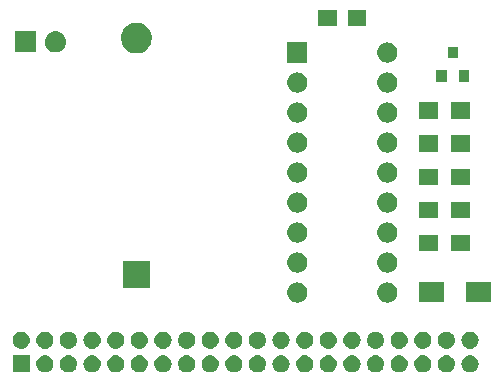
<source format=gts>
G04 #@! TF.GenerationSoftware,KiCad,Pcbnew,5.0.2-bee76a0~70~ubuntu16.04.1*
G04 #@! TF.CreationDate,2019-01-05T22:09:08+01:00*
G04 #@! TF.ProjectId,OpenA1200RTC,4f70656e-4131-4323-9030-5254432e6b69,rev?*
G04 #@! TF.SameCoordinates,Original*
G04 #@! TF.FileFunction,Soldermask,Top*
G04 #@! TF.FilePolarity,Negative*
%FSLAX46Y46*%
G04 Gerber Fmt 4.6, Leading zero omitted, Abs format (unit mm)*
G04 Created by KiCad (PCBNEW 5.0.2-bee76a0~70~ubuntu16.04.1) date sab 05 gen 2019 22:09:08 CET*
%MOMM*%
%LPD*%
G01*
G04 APERTURE LIST*
%ADD10C,0.100000*%
G04 APERTURE END LIST*
D10*
G36*
X146225391Y-106299001D02*
X146310721Y-106307405D01*
X146447572Y-106348919D01*
X146447574Y-106348920D01*
X146447577Y-106348921D01*
X146573696Y-106416332D01*
X146684243Y-106507057D01*
X146774968Y-106617604D01*
X146842379Y-106743723D01*
X146842380Y-106743726D01*
X146842381Y-106743728D01*
X146883895Y-106880579D01*
X146897912Y-107022900D01*
X146883895Y-107165221D01*
X146842381Y-107302072D01*
X146842379Y-107302077D01*
X146774968Y-107428196D01*
X146684243Y-107538743D01*
X146573696Y-107629468D01*
X146447577Y-107696879D01*
X146447574Y-107696880D01*
X146447572Y-107696881D01*
X146310721Y-107738395D01*
X146225391Y-107746799D01*
X146204060Y-107748900D01*
X146132740Y-107748900D01*
X146111409Y-107746799D01*
X146026079Y-107738395D01*
X145889228Y-107696881D01*
X145889226Y-107696880D01*
X145889223Y-107696879D01*
X145763104Y-107629468D01*
X145652557Y-107538743D01*
X145561832Y-107428196D01*
X145494421Y-107302077D01*
X145494419Y-107302072D01*
X145452905Y-107165221D01*
X145438888Y-107022900D01*
X145452905Y-106880579D01*
X145494419Y-106743728D01*
X145494420Y-106743726D01*
X145494421Y-106743723D01*
X145561832Y-106617604D01*
X145652557Y-106507057D01*
X145763104Y-106416332D01*
X145889223Y-106348921D01*
X145889226Y-106348920D01*
X145889228Y-106348919D01*
X146026079Y-106307405D01*
X146111409Y-106299001D01*
X146132740Y-106296900D01*
X146204060Y-106296900D01*
X146225391Y-106299001D01*
X146225391Y-106299001D01*
G37*
G36*
X166225391Y-106299001D02*
X166310721Y-106307405D01*
X166447572Y-106348919D01*
X166447574Y-106348920D01*
X166447577Y-106348921D01*
X166573696Y-106416332D01*
X166684243Y-106507057D01*
X166774968Y-106617604D01*
X166842379Y-106743723D01*
X166842380Y-106743726D01*
X166842381Y-106743728D01*
X166883895Y-106880579D01*
X166897912Y-107022900D01*
X166883895Y-107165221D01*
X166842381Y-107302072D01*
X166842379Y-107302077D01*
X166774968Y-107428196D01*
X166684243Y-107538743D01*
X166573696Y-107629468D01*
X166447577Y-107696879D01*
X166447574Y-107696880D01*
X166447572Y-107696881D01*
X166310721Y-107738395D01*
X166225391Y-107746799D01*
X166204060Y-107748900D01*
X166132740Y-107748900D01*
X166111409Y-107746799D01*
X166026079Y-107738395D01*
X165889228Y-107696881D01*
X165889226Y-107696880D01*
X165889223Y-107696879D01*
X165763104Y-107629468D01*
X165652557Y-107538743D01*
X165561832Y-107428196D01*
X165494421Y-107302077D01*
X165494419Y-107302072D01*
X165452905Y-107165221D01*
X165438888Y-107022900D01*
X165452905Y-106880579D01*
X165494419Y-106743728D01*
X165494420Y-106743726D01*
X165494421Y-106743723D01*
X165561832Y-106617604D01*
X165652557Y-106507057D01*
X165763104Y-106416332D01*
X165889223Y-106348921D01*
X165889226Y-106348920D01*
X165889228Y-106348919D01*
X166026079Y-106307405D01*
X166111409Y-106299001D01*
X166132740Y-106296900D01*
X166204060Y-106296900D01*
X166225391Y-106299001D01*
X166225391Y-106299001D01*
G37*
G36*
X144225391Y-106299001D02*
X144310721Y-106307405D01*
X144447572Y-106348919D01*
X144447574Y-106348920D01*
X144447577Y-106348921D01*
X144573696Y-106416332D01*
X144684243Y-106507057D01*
X144774968Y-106617604D01*
X144842379Y-106743723D01*
X144842380Y-106743726D01*
X144842381Y-106743728D01*
X144883895Y-106880579D01*
X144897912Y-107022900D01*
X144883895Y-107165221D01*
X144842381Y-107302072D01*
X144842379Y-107302077D01*
X144774968Y-107428196D01*
X144684243Y-107538743D01*
X144573696Y-107629468D01*
X144447577Y-107696879D01*
X144447574Y-107696880D01*
X144447572Y-107696881D01*
X144310721Y-107738395D01*
X144225391Y-107746799D01*
X144204060Y-107748900D01*
X144132740Y-107748900D01*
X144111409Y-107746799D01*
X144026079Y-107738395D01*
X143889228Y-107696881D01*
X143889226Y-107696880D01*
X143889223Y-107696879D01*
X143763104Y-107629468D01*
X143652557Y-107538743D01*
X143561832Y-107428196D01*
X143494421Y-107302077D01*
X143494419Y-107302072D01*
X143452905Y-107165221D01*
X143438888Y-107022900D01*
X143452905Y-106880579D01*
X143494419Y-106743728D01*
X143494420Y-106743726D01*
X143494421Y-106743723D01*
X143561832Y-106617604D01*
X143652557Y-106507057D01*
X143763104Y-106416332D01*
X143889223Y-106348921D01*
X143889226Y-106348920D01*
X143889228Y-106348919D01*
X144026079Y-106307405D01*
X144111409Y-106299001D01*
X144132740Y-106296900D01*
X144204060Y-106296900D01*
X144225391Y-106299001D01*
X144225391Y-106299001D01*
G37*
G36*
X128894400Y-107748900D02*
X127442400Y-107748900D01*
X127442400Y-106296900D01*
X128894400Y-106296900D01*
X128894400Y-107748900D01*
X128894400Y-107748900D01*
G37*
G36*
X130225391Y-106299001D02*
X130310721Y-106307405D01*
X130447572Y-106348919D01*
X130447574Y-106348920D01*
X130447577Y-106348921D01*
X130573696Y-106416332D01*
X130684243Y-106507057D01*
X130774968Y-106617604D01*
X130842379Y-106743723D01*
X130842380Y-106743726D01*
X130842381Y-106743728D01*
X130883895Y-106880579D01*
X130897912Y-107022900D01*
X130883895Y-107165221D01*
X130842381Y-107302072D01*
X130842379Y-107302077D01*
X130774968Y-107428196D01*
X130684243Y-107538743D01*
X130573696Y-107629468D01*
X130447577Y-107696879D01*
X130447574Y-107696880D01*
X130447572Y-107696881D01*
X130310721Y-107738395D01*
X130225391Y-107746799D01*
X130204060Y-107748900D01*
X130132740Y-107748900D01*
X130111409Y-107746799D01*
X130026079Y-107738395D01*
X129889228Y-107696881D01*
X129889226Y-107696880D01*
X129889223Y-107696879D01*
X129763104Y-107629468D01*
X129652557Y-107538743D01*
X129561832Y-107428196D01*
X129494421Y-107302077D01*
X129494419Y-107302072D01*
X129452905Y-107165221D01*
X129438888Y-107022900D01*
X129452905Y-106880579D01*
X129494419Y-106743728D01*
X129494420Y-106743726D01*
X129494421Y-106743723D01*
X129561832Y-106617604D01*
X129652557Y-106507057D01*
X129763104Y-106416332D01*
X129889223Y-106348921D01*
X129889226Y-106348920D01*
X129889228Y-106348919D01*
X130026079Y-106307405D01*
X130111409Y-106299001D01*
X130132740Y-106296900D01*
X130204060Y-106296900D01*
X130225391Y-106299001D01*
X130225391Y-106299001D01*
G37*
G36*
X132225391Y-106299001D02*
X132310721Y-106307405D01*
X132447572Y-106348919D01*
X132447574Y-106348920D01*
X132447577Y-106348921D01*
X132573696Y-106416332D01*
X132684243Y-106507057D01*
X132774968Y-106617604D01*
X132842379Y-106743723D01*
X132842380Y-106743726D01*
X132842381Y-106743728D01*
X132883895Y-106880579D01*
X132897912Y-107022900D01*
X132883895Y-107165221D01*
X132842381Y-107302072D01*
X132842379Y-107302077D01*
X132774968Y-107428196D01*
X132684243Y-107538743D01*
X132573696Y-107629468D01*
X132447577Y-107696879D01*
X132447574Y-107696880D01*
X132447572Y-107696881D01*
X132310721Y-107738395D01*
X132225391Y-107746799D01*
X132204060Y-107748900D01*
X132132740Y-107748900D01*
X132111409Y-107746799D01*
X132026079Y-107738395D01*
X131889228Y-107696881D01*
X131889226Y-107696880D01*
X131889223Y-107696879D01*
X131763104Y-107629468D01*
X131652557Y-107538743D01*
X131561832Y-107428196D01*
X131494421Y-107302077D01*
X131494419Y-107302072D01*
X131452905Y-107165221D01*
X131438888Y-107022900D01*
X131452905Y-106880579D01*
X131494419Y-106743728D01*
X131494420Y-106743726D01*
X131494421Y-106743723D01*
X131561832Y-106617604D01*
X131652557Y-106507057D01*
X131763104Y-106416332D01*
X131889223Y-106348921D01*
X131889226Y-106348920D01*
X131889228Y-106348919D01*
X132026079Y-106307405D01*
X132111409Y-106299001D01*
X132132740Y-106296900D01*
X132204060Y-106296900D01*
X132225391Y-106299001D01*
X132225391Y-106299001D01*
G37*
G36*
X134225391Y-106299001D02*
X134310721Y-106307405D01*
X134447572Y-106348919D01*
X134447574Y-106348920D01*
X134447577Y-106348921D01*
X134573696Y-106416332D01*
X134684243Y-106507057D01*
X134774968Y-106617604D01*
X134842379Y-106743723D01*
X134842380Y-106743726D01*
X134842381Y-106743728D01*
X134883895Y-106880579D01*
X134897912Y-107022900D01*
X134883895Y-107165221D01*
X134842381Y-107302072D01*
X134842379Y-107302077D01*
X134774968Y-107428196D01*
X134684243Y-107538743D01*
X134573696Y-107629468D01*
X134447577Y-107696879D01*
X134447574Y-107696880D01*
X134447572Y-107696881D01*
X134310721Y-107738395D01*
X134225391Y-107746799D01*
X134204060Y-107748900D01*
X134132740Y-107748900D01*
X134111409Y-107746799D01*
X134026079Y-107738395D01*
X133889228Y-107696881D01*
X133889226Y-107696880D01*
X133889223Y-107696879D01*
X133763104Y-107629468D01*
X133652557Y-107538743D01*
X133561832Y-107428196D01*
X133494421Y-107302077D01*
X133494419Y-107302072D01*
X133452905Y-107165221D01*
X133438888Y-107022900D01*
X133452905Y-106880579D01*
X133494419Y-106743728D01*
X133494420Y-106743726D01*
X133494421Y-106743723D01*
X133561832Y-106617604D01*
X133652557Y-106507057D01*
X133763104Y-106416332D01*
X133889223Y-106348921D01*
X133889226Y-106348920D01*
X133889228Y-106348919D01*
X134026079Y-106307405D01*
X134111409Y-106299001D01*
X134132740Y-106296900D01*
X134204060Y-106296900D01*
X134225391Y-106299001D01*
X134225391Y-106299001D01*
G37*
G36*
X136225391Y-106299001D02*
X136310721Y-106307405D01*
X136447572Y-106348919D01*
X136447574Y-106348920D01*
X136447577Y-106348921D01*
X136573696Y-106416332D01*
X136684243Y-106507057D01*
X136774968Y-106617604D01*
X136842379Y-106743723D01*
X136842380Y-106743726D01*
X136842381Y-106743728D01*
X136883895Y-106880579D01*
X136897912Y-107022900D01*
X136883895Y-107165221D01*
X136842381Y-107302072D01*
X136842379Y-107302077D01*
X136774968Y-107428196D01*
X136684243Y-107538743D01*
X136573696Y-107629468D01*
X136447577Y-107696879D01*
X136447574Y-107696880D01*
X136447572Y-107696881D01*
X136310721Y-107738395D01*
X136225391Y-107746799D01*
X136204060Y-107748900D01*
X136132740Y-107748900D01*
X136111409Y-107746799D01*
X136026079Y-107738395D01*
X135889228Y-107696881D01*
X135889226Y-107696880D01*
X135889223Y-107696879D01*
X135763104Y-107629468D01*
X135652557Y-107538743D01*
X135561832Y-107428196D01*
X135494421Y-107302077D01*
X135494419Y-107302072D01*
X135452905Y-107165221D01*
X135438888Y-107022900D01*
X135452905Y-106880579D01*
X135494419Y-106743728D01*
X135494420Y-106743726D01*
X135494421Y-106743723D01*
X135561832Y-106617604D01*
X135652557Y-106507057D01*
X135763104Y-106416332D01*
X135889223Y-106348921D01*
X135889226Y-106348920D01*
X135889228Y-106348919D01*
X136026079Y-106307405D01*
X136111409Y-106299001D01*
X136132740Y-106296900D01*
X136204060Y-106296900D01*
X136225391Y-106299001D01*
X136225391Y-106299001D01*
G37*
G36*
X138225391Y-106299001D02*
X138310721Y-106307405D01*
X138447572Y-106348919D01*
X138447574Y-106348920D01*
X138447577Y-106348921D01*
X138573696Y-106416332D01*
X138684243Y-106507057D01*
X138774968Y-106617604D01*
X138842379Y-106743723D01*
X138842380Y-106743726D01*
X138842381Y-106743728D01*
X138883895Y-106880579D01*
X138897912Y-107022900D01*
X138883895Y-107165221D01*
X138842381Y-107302072D01*
X138842379Y-107302077D01*
X138774968Y-107428196D01*
X138684243Y-107538743D01*
X138573696Y-107629468D01*
X138447577Y-107696879D01*
X138447574Y-107696880D01*
X138447572Y-107696881D01*
X138310721Y-107738395D01*
X138225391Y-107746799D01*
X138204060Y-107748900D01*
X138132740Y-107748900D01*
X138111409Y-107746799D01*
X138026079Y-107738395D01*
X137889228Y-107696881D01*
X137889226Y-107696880D01*
X137889223Y-107696879D01*
X137763104Y-107629468D01*
X137652557Y-107538743D01*
X137561832Y-107428196D01*
X137494421Y-107302077D01*
X137494419Y-107302072D01*
X137452905Y-107165221D01*
X137438888Y-107022900D01*
X137452905Y-106880579D01*
X137494419Y-106743728D01*
X137494420Y-106743726D01*
X137494421Y-106743723D01*
X137561832Y-106617604D01*
X137652557Y-106507057D01*
X137763104Y-106416332D01*
X137889223Y-106348921D01*
X137889226Y-106348920D01*
X137889228Y-106348919D01*
X138026079Y-106307405D01*
X138111409Y-106299001D01*
X138132740Y-106296900D01*
X138204060Y-106296900D01*
X138225391Y-106299001D01*
X138225391Y-106299001D01*
G37*
G36*
X140225391Y-106299001D02*
X140310721Y-106307405D01*
X140447572Y-106348919D01*
X140447574Y-106348920D01*
X140447577Y-106348921D01*
X140573696Y-106416332D01*
X140684243Y-106507057D01*
X140774968Y-106617604D01*
X140842379Y-106743723D01*
X140842380Y-106743726D01*
X140842381Y-106743728D01*
X140883895Y-106880579D01*
X140897912Y-107022900D01*
X140883895Y-107165221D01*
X140842381Y-107302072D01*
X140842379Y-107302077D01*
X140774968Y-107428196D01*
X140684243Y-107538743D01*
X140573696Y-107629468D01*
X140447577Y-107696879D01*
X140447574Y-107696880D01*
X140447572Y-107696881D01*
X140310721Y-107738395D01*
X140225391Y-107746799D01*
X140204060Y-107748900D01*
X140132740Y-107748900D01*
X140111409Y-107746799D01*
X140026079Y-107738395D01*
X139889228Y-107696881D01*
X139889226Y-107696880D01*
X139889223Y-107696879D01*
X139763104Y-107629468D01*
X139652557Y-107538743D01*
X139561832Y-107428196D01*
X139494421Y-107302077D01*
X139494419Y-107302072D01*
X139452905Y-107165221D01*
X139438888Y-107022900D01*
X139452905Y-106880579D01*
X139494419Y-106743728D01*
X139494420Y-106743726D01*
X139494421Y-106743723D01*
X139561832Y-106617604D01*
X139652557Y-106507057D01*
X139763104Y-106416332D01*
X139889223Y-106348921D01*
X139889226Y-106348920D01*
X139889228Y-106348919D01*
X140026079Y-106307405D01*
X140111409Y-106299001D01*
X140132740Y-106296900D01*
X140204060Y-106296900D01*
X140225391Y-106299001D01*
X140225391Y-106299001D01*
G37*
G36*
X142225391Y-106299001D02*
X142310721Y-106307405D01*
X142447572Y-106348919D01*
X142447574Y-106348920D01*
X142447577Y-106348921D01*
X142573696Y-106416332D01*
X142684243Y-106507057D01*
X142774968Y-106617604D01*
X142842379Y-106743723D01*
X142842380Y-106743726D01*
X142842381Y-106743728D01*
X142883895Y-106880579D01*
X142897912Y-107022900D01*
X142883895Y-107165221D01*
X142842381Y-107302072D01*
X142842379Y-107302077D01*
X142774968Y-107428196D01*
X142684243Y-107538743D01*
X142573696Y-107629468D01*
X142447577Y-107696879D01*
X142447574Y-107696880D01*
X142447572Y-107696881D01*
X142310721Y-107738395D01*
X142225391Y-107746799D01*
X142204060Y-107748900D01*
X142132740Y-107748900D01*
X142111409Y-107746799D01*
X142026079Y-107738395D01*
X141889228Y-107696881D01*
X141889226Y-107696880D01*
X141889223Y-107696879D01*
X141763104Y-107629468D01*
X141652557Y-107538743D01*
X141561832Y-107428196D01*
X141494421Y-107302077D01*
X141494419Y-107302072D01*
X141452905Y-107165221D01*
X141438888Y-107022900D01*
X141452905Y-106880579D01*
X141494419Y-106743728D01*
X141494420Y-106743726D01*
X141494421Y-106743723D01*
X141561832Y-106617604D01*
X141652557Y-106507057D01*
X141763104Y-106416332D01*
X141889223Y-106348921D01*
X141889226Y-106348920D01*
X141889228Y-106348919D01*
X142026079Y-106307405D01*
X142111409Y-106299001D01*
X142132740Y-106296900D01*
X142204060Y-106296900D01*
X142225391Y-106299001D01*
X142225391Y-106299001D01*
G37*
G36*
X164225391Y-106299001D02*
X164310721Y-106307405D01*
X164447572Y-106348919D01*
X164447574Y-106348920D01*
X164447577Y-106348921D01*
X164573696Y-106416332D01*
X164684243Y-106507057D01*
X164774968Y-106617604D01*
X164842379Y-106743723D01*
X164842380Y-106743726D01*
X164842381Y-106743728D01*
X164883895Y-106880579D01*
X164897912Y-107022900D01*
X164883895Y-107165221D01*
X164842381Y-107302072D01*
X164842379Y-107302077D01*
X164774968Y-107428196D01*
X164684243Y-107538743D01*
X164573696Y-107629468D01*
X164447577Y-107696879D01*
X164447574Y-107696880D01*
X164447572Y-107696881D01*
X164310721Y-107738395D01*
X164225391Y-107746799D01*
X164204060Y-107748900D01*
X164132740Y-107748900D01*
X164111409Y-107746799D01*
X164026079Y-107738395D01*
X163889228Y-107696881D01*
X163889226Y-107696880D01*
X163889223Y-107696879D01*
X163763104Y-107629468D01*
X163652557Y-107538743D01*
X163561832Y-107428196D01*
X163494421Y-107302077D01*
X163494419Y-107302072D01*
X163452905Y-107165221D01*
X163438888Y-107022900D01*
X163452905Y-106880579D01*
X163494419Y-106743728D01*
X163494420Y-106743726D01*
X163494421Y-106743723D01*
X163561832Y-106617604D01*
X163652557Y-106507057D01*
X163763104Y-106416332D01*
X163889223Y-106348921D01*
X163889226Y-106348920D01*
X163889228Y-106348919D01*
X164026079Y-106307405D01*
X164111409Y-106299001D01*
X164132740Y-106296900D01*
X164204060Y-106296900D01*
X164225391Y-106299001D01*
X164225391Y-106299001D01*
G37*
G36*
X162225391Y-106299001D02*
X162310721Y-106307405D01*
X162447572Y-106348919D01*
X162447574Y-106348920D01*
X162447577Y-106348921D01*
X162573696Y-106416332D01*
X162684243Y-106507057D01*
X162774968Y-106617604D01*
X162842379Y-106743723D01*
X162842380Y-106743726D01*
X162842381Y-106743728D01*
X162883895Y-106880579D01*
X162897912Y-107022900D01*
X162883895Y-107165221D01*
X162842381Y-107302072D01*
X162842379Y-107302077D01*
X162774968Y-107428196D01*
X162684243Y-107538743D01*
X162573696Y-107629468D01*
X162447577Y-107696879D01*
X162447574Y-107696880D01*
X162447572Y-107696881D01*
X162310721Y-107738395D01*
X162225391Y-107746799D01*
X162204060Y-107748900D01*
X162132740Y-107748900D01*
X162111409Y-107746799D01*
X162026079Y-107738395D01*
X161889228Y-107696881D01*
X161889226Y-107696880D01*
X161889223Y-107696879D01*
X161763104Y-107629468D01*
X161652557Y-107538743D01*
X161561832Y-107428196D01*
X161494421Y-107302077D01*
X161494419Y-107302072D01*
X161452905Y-107165221D01*
X161438888Y-107022900D01*
X161452905Y-106880579D01*
X161494419Y-106743728D01*
X161494420Y-106743726D01*
X161494421Y-106743723D01*
X161561832Y-106617604D01*
X161652557Y-106507057D01*
X161763104Y-106416332D01*
X161889223Y-106348921D01*
X161889226Y-106348920D01*
X161889228Y-106348919D01*
X162026079Y-106307405D01*
X162111409Y-106299001D01*
X162132740Y-106296900D01*
X162204060Y-106296900D01*
X162225391Y-106299001D01*
X162225391Y-106299001D01*
G37*
G36*
X160225391Y-106299001D02*
X160310721Y-106307405D01*
X160447572Y-106348919D01*
X160447574Y-106348920D01*
X160447577Y-106348921D01*
X160573696Y-106416332D01*
X160684243Y-106507057D01*
X160774968Y-106617604D01*
X160842379Y-106743723D01*
X160842380Y-106743726D01*
X160842381Y-106743728D01*
X160883895Y-106880579D01*
X160897912Y-107022900D01*
X160883895Y-107165221D01*
X160842381Y-107302072D01*
X160842379Y-107302077D01*
X160774968Y-107428196D01*
X160684243Y-107538743D01*
X160573696Y-107629468D01*
X160447577Y-107696879D01*
X160447574Y-107696880D01*
X160447572Y-107696881D01*
X160310721Y-107738395D01*
X160225391Y-107746799D01*
X160204060Y-107748900D01*
X160132740Y-107748900D01*
X160111409Y-107746799D01*
X160026079Y-107738395D01*
X159889228Y-107696881D01*
X159889226Y-107696880D01*
X159889223Y-107696879D01*
X159763104Y-107629468D01*
X159652557Y-107538743D01*
X159561832Y-107428196D01*
X159494421Y-107302077D01*
X159494419Y-107302072D01*
X159452905Y-107165221D01*
X159438888Y-107022900D01*
X159452905Y-106880579D01*
X159494419Y-106743728D01*
X159494420Y-106743726D01*
X159494421Y-106743723D01*
X159561832Y-106617604D01*
X159652557Y-106507057D01*
X159763104Y-106416332D01*
X159889223Y-106348921D01*
X159889226Y-106348920D01*
X159889228Y-106348919D01*
X160026079Y-106307405D01*
X160111409Y-106299001D01*
X160132740Y-106296900D01*
X160204060Y-106296900D01*
X160225391Y-106299001D01*
X160225391Y-106299001D01*
G37*
G36*
X158225391Y-106299001D02*
X158310721Y-106307405D01*
X158447572Y-106348919D01*
X158447574Y-106348920D01*
X158447577Y-106348921D01*
X158573696Y-106416332D01*
X158684243Y-106507057D01*
X158774968Y-106617604D01*
X158842379Y-106743723D01*
X158842380Y-106743726D01*
X158842381Y-106743728D01*
X158883895Y-106880579D01*
X158897912Y-107022900D01*
X158883895Y-107165221D01*
X158842381Y-107302072D01*
X158842379Y-107302077D01*
X158774968Y-107428196D01*
X158684243Y-107538743D01*
X158573696Y-107629468D01*
X158447577Y-107696879D01*
X158447574Y-107696880D01*
X158447572Y-107696881D01*
X158310721Y-107738395D01*
X158225391Y-107746799D01*
X158204060Y-107748900D01*
X158132740Y-107748900D01*
X158111409Y-107746799D01*
X158026079Y-107738395D01*
X157889228Y-107696881D01*
X157889226Y-107696880D01*
X157889223Y-107696879D01*
X157763104Y-107629468D01*
X157652557Y-107538743D01*
X157561832Y-107428196D01*
X157494421Y-107302077D01*
X157494419Y-107302072D01*
X157452905Y-107165221D01*
X157438888Y-107022900D01*
X157452905Y-106880579D01*
X157494419Y-106743728D01*
X157494420Y-106743726D01*
X157494421Y-106743723D01*
X157561832Y-106617604D01*
X157652557Y-106507057D01*
X157763104Y-106416332D01*
X157889223Y-106348921D01*
X157889226Y-106348920D01*
X157889228Y-106348919D01*
X158026079Y-106307405D01*
X158111409Y-106299001D01*
X158132740Y-106296900D01*
X158204060Y-106296900D01*
X158225391Y-106299001D01*
X158225391Y-106299001D01*
G37*
G36*
X156225391Y-106299001D02*
X156310721Y-106307405D01*
X156447572Y-106348919D01*
X156447574Y-106348920D01*
X156447577Y-106348921D01*
X156573696Y-106416332D01*
X156684243Y-106507057D01*
X156774968Y-106617604D01*
X156842379Y-106743723D01*
X156842380Y-106743726D01*
X156842381Y-106743728D01*
X156883895Y-106880579D01*
X156897912Y-107022900D01*
X156883895Y-107165221D01*
X156842381Y-107302072D01*
X156842379Y-107302077D01*
X156774968Y-107428196D01*
X156684243Y-107538743D01*
X156573696Y-107629468D01*
X156447577Y-107696879D01*
X156447574Y-107696880D01*
X156447572Y-107696881D01*
X156310721Y-107738395D01*
X156225391Y-107746799D01*
X156204060Y-107748900D01*
X156132740Y-107748900D01*
X156111409Y-107746799D01*
X156026079Y-107738395D01*
X155889228Y-107696881D01*
X155889226Y-107696880D01*
X155889223Y-107696879D01*
X155763104Y-107629468D01*
X155652557Y-107538743D01*
X155561832Y-107428196D01*
X155494421Y-107302077D01*
X155494419Y-107302072D01*
X155452905Y-107165221D01*
X155438888Y-107022900D01*
X155452905Y-106880579D01*
X155494419Y-106743728D01*
X155494420Y-106743726D01*
X155494421Y-106743723D01*
X155561832Y-106617604D01*
X155652557Y-106507057D01*
X155763104Y-106416332D01*
X155889223Y-106348921D01*
X155889226Y-106348920D01*
X155889228Y-106348919D01*
X156026079Y-106307405D01*
X156111409Y-106299001D01*
X156132740Y-106296900D01*
X156204060Y-106296900D01*
X156225391Y-106299001D01*
X156225391Y-106299001D01*
G37*
G36*
X152225391Y-106299001D02*
X152310721Y-106307405D01*
X152447572Y-106348919D01*
X152447574Y-106348920D01*
X152447577Y-106348921D01*
X152573696Y-106416332D01*
X152684243Y-106507057D01*
X152774968Y-106617604D01*
X152842379Y-106743723D01*
X152842380Y-106743726D01*
X152842381Y-106743728D01*
X152883895Y-106880579D01*
X152897912Y-107022900D01*
X152883895Y-107165221D01*
X152842381Y-107302072D01*
X152842379Y-107302077D01*
X152774968Y-107428196D01*
X152684243Y-107538743D01*
X152573696Y-107629468D01*
X152447577Y-107696879D01*
X152447574Y-107696880D01*
X152447572Y-107696881D01*
X152310721Y-107738395D01*
X152225391Y-107746799D01*
X152204060Y-107748900D01*
X152132740Y-107748900D01*
X152111409Y-107746799D01*
X152026079Y-107738395D01*
X151889228Y-107696881D01*
X151889226Y-107696880D01*
X151889223Y-107696879D01*
X151763104Y-107629468D01*
X151652557Y-107538743D01*
X151561832Y-107428196D01*
X151494421Y-107302077D01*
X151494419Y-107302072D01*
X151452905Y-107165221D01*
X151438888Y-107022900D01*
X151452905Y-106880579D01*
X151494419Y-106743728D01*
X151494420Y-106743726D01*
X151494421Y-106743723D01*
X151561832Y-106617604D01*
X151652557Y-106507057D01*
X151763104Y-106416332D01*
X151889223Y-106348921D01*
X151889226Y-106348920D01*
X151889228Y-106348919D01*
X152026079Y-106307405D01*
X152111409Y-106299001D01*
X152132740Y-106296900D01*
X152204060Y-106296900D01*
X152225391Y-106299001D01*
X152225391Y-106299001D01*
G37*
G36*
X150225391Y-106299001D02*
X150310721Y-106307405D01*
X150447572Y-106348919D01*
X150447574Y-106348920D01*
X150447577Y-106348921D01*
X150573696Y-106416332D01*
X150684243Y-106507057D01*
X150774968Y-106617604D01*
X150842379Y-106743723D01*
X150842380Y-106743726D01*
X150842381Y-106743728D01*
X150883895Y-106880579D01*
X150897912Y-107022900D01*
X150883895Y-107165221D01*
X150842381Y-107302072D01*
X150842379Y-107302077D01*
X150774968Y-107428196D01*
X150684243Y-107538743D01*
X150573696Y-107629468D01*
X150447577Y-107696879D01*
X150447574Y-107696880D01*
X150447572Y-107696881D01*
X150310721Y-107738395D01*
X150225391Y-107746799D01*
X150204060Y-107748900D01*
X150132740Y-107748900D01*
X150111409Y-107746799D01*
X150026079Y-107738395D01*
X149889228Y-107696881D01*
X149889226Y-107696880D01*
X149889223Y-107696879D01*
X149763104Y-107629468D01*
X149652557Y-107538743D01*
X149561832Y-107428196D01*
X149494421Y-107302077D01*
X149494419Y-107302072D01*
X149452905Y-107165221D01*
X149438888Y-107022900D01*
X149452905Y-106880579D01*
X149494419Y-106743728D01*
X149494420Y-106743726D01*
X149494421Y-106743723D01*
X149561832Y-106617604D01*
X149652557Y-106507057D01*
X149763104Y-106416332D01*
X149889223Y-106348921D01*
X149889226Y-106348920D01*
X149889228Y-106348919D01*
X150026079Y-106307405D01*
X150111409Y-106299001D01*
X150132740Y-106296900D01*
X150204060Y-106296900D01*
X150225391Y-106299001D01*
X150225391Y-106299001D01*
G37*
G36*
X148225391Y-106299001D02*
X148310721Y-106307405D01*
X148447572Y-106348919D01*
X148447574Y-106348920D01*
X148447577Y-106348921D01*
X148573696Y-106416332D01*
X148684243Y-106507057D01*
X148774968Y-106617604D01*
X148842379Y-106743723D01*
X148842380Y-106743726D01*
X148842381Y-106743728D01*
X148883895Y-106880579D01*
X148897912Y-107022900D01*
X148883895Y-107165221D01*
X148842381Y-107302072D01*
X148842379Y-107302077D01*
X148774968Y-107428196D01*
X148684243Y-107538743D01*
X148573696Y-107629468D01*
X148447577Y-107696879D01*
X148447574Y-107696880D01*
X148447572Y-107696881D01*
X148310721Y-107738395D01*
X148225391Y-107746799D01*
X148204060Y-107748900D01*
X148132740Y-107748900D01*
X148111409Y-107746799D01*
X148026079Y-107738395D01*
X147889228Y-107696881D01*
X147889226Y-107696880D01*
X147889223Y-107696879D01*
X147763104Y-107629468D01*
X147652557Y-107538743D01*
X147561832Y-107428196D01*
X147494421Y-107302077D01*
X147494419Y-107302072D01*
X147452905Y-107165221D01*
X147438888Y-107022900D01*
X147452905Y-106880579D01*
X147494419Y-106743728D01*
X147494420Y-106743726D01*
X147494421Y-106743723D01*
X147561832Y-106617604D01*
X147652557Y-106507057D01*
X147763104Y-106416332D01*
X147889223Y-106348921D01*
X147889226Y-106348920D01*
X147889228Y-106348919D01*
X148026079Y-106307405D01*
X148111409Y-106299001D01*
X148132740Y-106296900D01*
X148204060Y-106296900D01*
X148225391Y-106299001D01*
X148225391Y-106299001D01*
G37*
G36*
X154225391Y-106299001D02*
X154310721Y-106307405D01*
X154447572Y-106348919D01*
X154447574Y-106348920D01*
X154447577Y-106348921D01*
X154573696Y-106416332D01*
X154684243Y-106507057D01*
X154774968Y-106617604D01*
X154842379Y-106743723D01*
X154842380Y-106743726D01*
X154842381Y-106743728D01*
X154883895Y-106880579D01*
X154897912Y-107022900D01*
X154883895Y-107165221D01*
X154842381Y-107302072D01*
X154842379Y-107302077D01*
X154774968Y-107428196D01*
X154684243Y-107538743D01*
X154573696Y-107629468D01*
X154447577Y-107696879D01*
X154447574Y-107696880D01*
X154447572Y-107696881D01*
X154310721Y-107738395D01*
X154225391Y-107746799D01*
X154204060Y-107748900D01*
X154132740Y-107748900D01*
X154111409Y-107746799D01*
X154026079Y-107738395D01*
X153889228Y-107696881D01*
X153889226Y-107696880D01*
X153889223Y-107696879D01*
X153763104Y-107629468D01*
X153652557Y-107538743D01*
X153561832Y-107428196D01*
X153494421Y-107302077D01*
X153494419Y-107302072D01*
X153452905Y-107165221D01*
X153438888Y-107022900D01*
X153452905Y-106880579D01*
X153494419Y-106743728D01*
X153494420Y-106743726D01*
X153494421Y-106743723D01*
X153561832Y-106617604D01*
X153652557Y-106507057D01*
X153763104Y-106416332D01*
X153889223Y-106348921D01*
X153889226Y-106348920D01*
X153889228Y-106348919D01*
X154026079Y-106307405D01*
X154111409Y-106299001D01*
X154132740Y-106296900D01*
X154204060Y-106296900D01*
X154225391Y-106299001D01*
X154225391Y-106299001D01*
G37*
G36*
X140225391Y-104299001D02*
X140310721Y-104307405D01*
X140447572Y-104348919D01*
X140447574Y-104348920D01*
X140447577Y-104348921D01*
X140573696Y-104416332D01*
X140684243Y-104507057D01*
X140774968Y-104617604D01*
X140842379Y-104743723D01*
X140842380Y-104743726D01*
X140842381Y-104743728D01*
X140883895Y-104880579D01*
X140897912Y-105022900D01*
X140883895Y-105165221D01*
X140842381Y-105302072D01*
X140842379Y-105302077D01*
X140774968Y-105428196D01*
X140684243Y-105538743D01*
X140573696Y-105629468D01*
X140447577Y-105696879D01*
X140447574Y-105696880D01*
X140447572Y-105696881D01*
X140310721Y-105738395D01*
X140225391Y-105746799D01*
X140204060Y-105748900D01*
X140132740Y-105748900D01*
X140111409Y-105746799D01*
X140026079Y-105738395D01*
X139889228Y-105696881D01*
X139889226Y-105696880D01*
X139889223Y-105696879D01*
X139763104Y-105629468D01*
X139652557Y-105538743D01*
X139561832Y-105428196D01*
X139494421Y-105302077D01*
X139494419Y-105302072D01*
X139452905Y-105165221D01*
X139438888Y-105022900D01*
X139452905Y-104880579D01*
X139494419Y-104743728D01*
X139494420Y-104743726D01*
X139494421Y-104743723D01*
X139561832Y-104617604D01*
X139652557Y-104507057D01*
X139763104Y-104416332D01*
X139889223Y-104348921D01*
X139889226Y-104348920D01*
X139889228Y-104348919D01*
X140026079Y-104307405D01*
X140111409Y-104299001D01*
X140132740Y-104296900D01*
X140204060Y-104296900D01*
X140225391Y-104299001D01*
X140225391Y-104299001D01*
G37*
G36*
X152225391Y-104299001D02*
X152310721Y-104307405D01*
X152447572Y-104348919D01*
X152447574Y-104348920D01*
X152447577Y-104348921D01*
X152573696Y-104416332D01*
X152684243Y-104507057D01*
X152774968Y-104617604D01*
X152842379Y-104743723D01*
X152842380Y-104743726D01*
X152842381Y-104743728D01*
X152883895Y-104880579D01*
X152897912Y-105022900D01*
X152883895Y-105165221D01*
X152842381Y-105302072D01*
X152842379Y-105302077D01*
X152774968Y-105428196D01*
X152684243Y-105538743D01*
X152573696Y-105629468D01*
X152447577Y-105696879D01*
X152447574Y-105696880D01*
X152447572Y-105696881D01*
X152310721Y-105738395D01*
X152225391Y-105746799D01*
X152204060Y-105748900D01*
X152132740Y-105748900D01*
X152111409Y-105746799D01*
X152026079Y-105738395D01*
X151889228Y-105696881D01*
X151889226Y-105696880D01*
X151889223Y-105696879D01*
X151763104Y-105629468D01*
X151652557Y-105538743D01*
X151561832Y-105428196D01*
X151494421Y-105302077D01*
X151494419Y-105302072D01*
X151452905Y-105165221D01*
X151438888Y-105022900D01*
X151452905Y-104880579D01*
X151494419Y-104743728D01*
X151494420Y-104743726D01*
X151494421Y-104743723D01*
X151561832Y-104617604D01*
X151652557Y-104507057D01*
X151763104Y-104416332D01*
X151889223Y-104348921D01*
X151889226Y-104348920D01*
X151889228Y-104348919D01*
X152026079Y-104307405D01*
X152111409Y-104299001D01*
X152132740Y-104296900D01*
X152204060Y-104296900D01*
X152225391Y-104299001D01*
X152225391Y-104299001D01*
G37*
G36*
X166225391Y-104299001D02*
X166310721Y-104307405D01*
X166447572Y-104348919D01*
X166447574Y-104348920D01*
X166447577Y-104348921D01*
X166573696Y-104416332D01*
X166684243Y-104507057D01*
X166774968Y-104617604D01*
X166842379Y-104743723D01*
X166842380Y-104743726D01*
X166842381Y-104743728D01*
X166883895Y-104880579D01*
X166897912Y-105022900D01*
X166883895Y-105165221D01*
X166842381Y-105302072D01*
X166842379Y-105302077D01*
X166774968Y-105428196D01*
X166684243Y-105538743D01*
X166573696Y-105629468D01*
X166447577Y-105696879D01*
X166447574Y-105696880D01*
X166447572Y-105696881D01*
X166310721Y-105738395D01*
X166225391Y-105746799D01*
X166204060Y-105748900D01*
X166132740Y-105748900D01*
X166111409Y-105746799D01*
X166026079Y-105738395D01*
X165889228Y-105696881D01*
X165889226Y-105696880D01*
X165889223Y-105696879D01*
X165763104Y-105629468D01*
X165652557Y-105538743D01*
X165561832Y-105428196D01*
X165494421Y-105302077D01*
X165494419Y-105302072D01*
X165452905Y-105165221D01*
X165438888Y-105022900D01*
X165452905Y-104880579D01*
X165494419Y-104743728D01*
X165494420Y-104743726D01*
X165494421Y-104743723D01*
X165561832Y-104617604D01*
X165652557Y-104507057D01*
X165763104Y-104416332D01*
X165889223Y-104348921D01*
X165889226Y-104348920D01*
X165889228Y-104348919D01*
X166026079Y-104307405D01*
X166111409Y-104299001D01*
X166132740Y-104296900D01*
X166204060Y-104296900D01*
X166225391Y-104299001D01*
X166225391Y-104299001D01*
G37*
G36*
X142225391Y-104299001D02*
X142310721Y-104307405D01*
X142447572Y-104348919D01*
X142447574Y-104348920D01*
X142447577Y-104348921D01*
X142573696Y-104416332D01*
X142684243Y-104507057D01*
X142774968Y-104617604D01*
X142842379Y-104743723D01*
X142842380Y-104743726D01*
X142842381Y-104743728D01*
X142883895Y-104880579D01*
X142897912Y-105022900D01*
X142883895Y-105165221D01*
X142842381Y-105302072D01*
X142842379Y-105302077D01*
X142774968Y-105428196D01*
X142684243Y-105538743D01*
X142573696Y-105629468D01*
X142447577Y-105696879D01*
X142447574Y-105696880D01*
X142447572Y-105696881D01*
X142310721Y-105738395D01*
X142225391Y-105746799D01*
X142204060Y-105748900D01*
X142132740Y-105748900D01*
X142111409Y-105746799D01*
X142026079Y-105738395D01*
X141889228Y-105696881D01*
X141889226Y-105696880D01*
X141889223Y-105696879D01*
X141763104Y-105629468D01*
X141652557Y-105538743D01*
X141561832Y-105428196D01*
X141494421Y-105302077D01*
X141494419Y-105302072D01*
X141452905Y-105165221D01*
X141438888Y-105022900D01*
X141452905Y-104880579D01*
X141494419Y-104743728D01*
X141494420Y-104743726D01*
X141494421Y-104743723D01*
X141561832Y-104617604D01*
X141652557Y-104507057D01*
X141763104Y-104416332D01*
X141889223Y-104348921D01*
X141889226Y-104348920D01*
X141889228Y-104348919D01*
X142026079Y-104307405D01*
X142111409Y-104299001D01*
X142132740Y-104296900D01*
X142204060Y-104296900D01*
X142225391Y-104299001D01*
X142225391Y-104299001D01*
G37*
G36*
X164225391Y-104299001D02*
X164310721Y-104307405D01*
X164447572Y-104348919D01*
X164447574Y-104348920D01*
X164447577Y-104348921D01*
X164573696Y-104416332D01*
X164684243Y-104507057D01*
X164774968Y-104617604D01*
X164842379Y-104743723D01*
X164842380Y-104743726D01*
X164842381Y-104743728D01*
X164883895Y-104880579D01*
X164897912Y-105022900D01*
X164883895Y-105165221D01*
X164842381Y-105302072D01*
X164842379Y-105302077D01*
X164774968Y-105428196D01*
X164684243Y-105538743D01*
X164573696Y-105629468D01*
X164447577Y-105696879D01*
X164447574Y-105696880D01*
X164447572Y-105696881D01*
X164310721Y-105738395D01*
X164225391Y-105746799D01*
X164204060Y-105748900D01*
X164132740Y-105748900D01*
X164111409Y-105746799D01*
X164026079Y-105738395D01*
X163889228Y-105696881D01*
X163889226Y-105696880D01*
X163889223Y-105696879D01*
X163763104Y-105629468D01*
X163652557Y-105538743D01*
X163561832Y-105428196D01*
X163494421Y-105302077D01*
X163494419Y-105302072D01*
X163452905Y-105165221D01*
X163438888Y-105022900D01*
X163452905Y-104880579D01*
X163494419Y-104743728D01*
X163494420Y-104743726D01*
X163494421Y-104743723D01*
X163561832Y-104617604D01*
X163652557Y-104507057D01*
X163763104Y-104416332D01*
X163889223Y-104348921D01*
X163889226Y-104348920D01*
X163889228Y-104348919D01*
X164026079Y-104307405D01*
X164111409Y-104299001D01*
X164132740Y-104296900D01*
X164204060Y-104296900D01*
X164225391Y-104299001D01*
X164225391Y-104299001D01*
G37*
G36*
X154225391Y-104299001D02*
X154310721Y-104307405D01*
X154447572Y-104348919D01*
X154447574Y-104348920D01*
X154447577Y-104348921D01*
X154573696Y-104416332D01*
X154684243Y-104507057D01*
X154774968Y-104617604D01*
X154842379Y-104743723D01*
X154842380Y-104743726D01*
X154842381Y-104743728D01*
X154883895Y-104880579D01*
X154897912Y-105022900D01*
X154883895Y-105165221D01*
X154842381Y-105302072D01*
X154842379Y-105302077D01*
X154774968Y-105428196D01*
X154684243Y-105538743D01*
X154573696Y-105629468D01*
X154447577Y-105696879D01*
X154447574Y-105696880D01*
X154447572Y-105696881D01*
X154310721Y-105738395D01*
X154225391Y-105746799D01*
X154204060Y-105748900D01*
X154132740Y-105748900D01*
X154111409Y-105746799D01*
X154026079Y-105738395D01*
X153889228Y-105696881D01*
X153889226Y-105696880D01*
X153889223Y-105696879D01*
X153763104Y-105629468D01*
X153652557Y-105538743D01*
X153561832Y-105428196D01*
X153494421Y-105302077D01*
X153494419Y-105302072D01*
X153452905Y-105165221D01*
X153438888Y-105022900D01*
X153452905Y-104880579D01*
X153494419Y-104743728D01*
X153494420Y-104743726D01*
X153494421Y-104743723D01*
X153561832Y-104617604D01*
X153652557Y-104507057D01*
X153763104Y-104416332D01*
X153889223Y-104348921D01*
X153889226Y-104348920D01*
X153889228Y-104348919D01*
X154026079Y-104307405D01*
X154111409Y-104299001D01*
X154132740Y-104296900D01*
X154204060Y-104296900D01*
X154225391Y-104299001D01*
X154225391Y-104299001D01*
G37*
G36*
X162225391Y-104299001D02*
X162310721Y-104307405D01*
X162447572Y-104348919D01*
X162447574Y-104348920D01*
X162447577Y-104348921D01*
X162573696Y-104416332D01*
X162684243Y-104507057D01*
X162774968Y-104617604D01*
X162842379Y-104743723D01*
X162842380Y-104743726D01*
X162842381Y-104743728D01*
X162883895Y-104880579D01*
X162897912Y-105022900D01*
X162883895Y-105165221D01*
X162842381Y-105302072D01*
X162842379Y-105302077D01*
X162774968Y-105428196D01*
X162684243Y-105538743D01*
X162573696Y-105629468D01*
X162447577Y-105696879D01*
X162447574Y-105696880D01*
X162447572Y-105696881D01*
X162310721Y-105738395D01*
X162225391Y-105746799D01*
X162204060Y-105748900D01*
X162132740Y-105748900D01*
X162111409Y-105746799D01*
X162026079Y-105738395D01*
X161889228Y-105696881D01*
X161889226Y-105696880D01*
X161889223Y-105696879D01*
X161763104Y-105629468D01*
X161652557Y-105538743D01*
X161561832Y-105428196D01*
X161494421Y-105302077D01*
X161494419Y-105302072D01*
X161452905Y-105165221D01*
X161438888Y-105022900D01*
X161452905Y-104880579D01*
X161494419Y-104743728D01*
X161494420Y-104743726D01*
X161494421Y-104743723D01*
X161561832Y-104617604D01*
X161652557Y-104507057D01*
X161763104Y-104416332D01*
X161889223Y-104348921D01*
X161889226Y-104348920D01*
X161889228Y-104348919D01*
X162026079Y-104307405D01*
X162111409Y-104299001D01*
X162132740Y-104296900D01*
X162204060Y-104296900D01*
X162225391Y-104299001D01*
X162225391Y-104299001D01*
G37*
G36*
X160225391Y-104299001D02*
X160310721Y-104307405D01*
X160447572Y-104348919D01*
X160447574Y-104348920D01*
X160447577Y-104348921D01*
X160573696Y-104416332D01*
X160684243Y-104507057D01*
X160774968Y-104617604D01*
X160842379Y-104743723D01*
X160842380Y-104743726D01*
X160842381Y-104743728D01*
X160883895Y-104880579D01*
X160897912Y-105022900D01*
X160883895Y-105165221D01*
X160842381Y-105302072D01*
X160842379Y-105302077D01*
X160774968Y-105428196D01*
X160684243Y-105538743D01*
X160573696Y-105629468D01*
X160447577Y-105696879D01*
X160447574Y-105696880D01*
X160447572Y-105696881D01*
X160310721Y-105738395D01*
X160225391Y-105746799D01*
X160204060Y-105748900D01*
X160132740Y-105748900D01*
X160111409Y-105746799D01*
X160026079Y-105738395D01*
X159889228Y-105696881D01*
X159889226Y-105696880D01*
X159889223Y-105696879D01*
X159763104Y-105629468D01*
X159652557Y-105538743D01*
X159561832Y-105428196D01*
X159494421Y-105302077D01*
X159494419Y-105302072D01*
X159452905Y-105165221D01*
X159438888Y-105022900D01*
X159452905Y-104880579D01*
X159494419Y-104743728D01*
X159494420Y-104743726D01*
X159494421Y-104743723D01*
X159561832Y-104617604D01*
X159652557Y-104507057D01*
X159763104Y-104416332D01*
X159889223Y-104348921D01*
X159889226Y-104348920D01*
X159889228Y-104348919D01*
X160026079Y-104307405D01*
X160111409Y-104299001D01*
X160132740Y-104296900D01*
X160204060Y-104296900D01*
X160225391Y-104299001D01*
X160225391Y-104299001D01*
G37*
G36*
X156225391Y-104299001D02*
X156310721Y-104307405D01*
X156447572Y-104348919D01*
X156447574Y-104348920D01*
X156447577Y-104348921D01*
X156573696Y-104416332D01*
X156684243Y-104507057D01*
X156774968Y-104617604D01*
X156842379Y-104743723D01*
X156842380Y-104743726D01*
X156842381Y-104743728D01*
X156883895Y-104880579D01*
X156897912Y-105022900D01*
X156883895Y-105165221D01*
X156842381Y-105302072D01*
X156842379Y-105302077D01*
X156774968Y-105428196D01*
X156684243Y-105538743D01*
X156573696Y-105629468D01*
X156447577Y-105696879D01*
X156447574Y-105696880D01*
X156447572Y-105696881D01*
X156310721Y-105738395D01*
X156225391Y-105746799D01*
X156204060Y-105748900D01*
X156132740Y-105748900D01*
X156111409Y-105746799D01*
X156026079Y-105738395D01*
X155889228Y-105696881D01*
X155889226Y-105696880D01*
X155889223Y-105696879D01*
X155763104Y-105629468D01*
X155652557Y-105538743D01*
X155561832Y-105428196D01*
X155494421Y-105302077D01*
X155494419Y-105302072D01*
X155452905Y-105165221D01*
X155438888Y-105022900D01*
X155452905Y-104880579D01*
X155494419Y-104743728D01*
X155494420Y-104743726D01*
X155494421Y-104743723D01*
X155561832Y-104617604D01*
X155652557Y-104507057D01*
X155763104Y-104416332D01*
X155889223Y-104348921D01*
X155889226Y-104348920D01*
X155889228Y-104348919D01*
X156026079Y-104307405D01*
X156111409Y-104299001D01*
X156132740Y-104296900D01*
X156204060Y-104296900D01*
X156225391Y-104299001D01*
X156225391Y-104299001D01*
G37*
G36*
X158225391Y-104299001D02*
X158310721Y-104307405D01*
X158447572Y-104348919D01*
X158447574Y-104348920D01*
X158447577Y-104348921D01*
X158573696Y-104416332D01*
X158684243Y-104507057D01*
X158774968Y-104617604D01*
X158842379Y-104743723D01*
X158842380Y-104743726D01*
X158842381Y-104743728D01*
X158883895Y-104880579D01*
X158897912Y-105022900D01*
X158883895Y-105165221D01*
X158842381Y-105302072D01*
X158842379Y-105302077D01*
X158774968Y-105428196D01*
X158684243Y-105538743D01*
X158573696Y-105629468D01*
X158447577Y-105696879D01*
X158447574Y-105696880D01*
X158447572Y-105696881D01*
X158310721Y-105738395D01*
X158225391Y-105746799D01*
X158204060Y-105748900D01*
X158132740Y-105748900D01*
X158111409Y-105746799D01*
X158026079Y-105738395D01*
X157889228Y-105696881D01*
X157889226Y-105696880D01*
X157889223Y-105696879D01*
X157763104Y-105629468D01*
X157652557Y-105538743D01*
X157561832Y-105428196D01*
X157494421Y-105302077D01*
X157494419Y-105302072D01*
X157452905Y-105165221D01*
X157438888Y-105022900D01*
X157452905Y-104880579D01*
X157494419Y-104743728D01*
X157494420Y-104743726D01*
X157494421Y-104743723D01*
X157561832Y-104617604D01*
X157652557Y-104507057D01*
X157763104Y-104416332D01*
X157889223Y-104348921D01*
X157889226Y-104348920D01*
X157889228Y-104348919D01*
X158026079Y-104307405D01*
X158111409Y-104299001D01*
X158132740Y-104296900D01*
X158204060Y-104296900D01*
X158225391Y-104299001D01*
X158225391Y-104299001D01*
G37*
G36*
X136225391Y-104299001D02*
X136310721Y-104307405D01*
X136447572Y-104348919D01*
X136447574Y-104348920D01*
X136447577Y-104348921D01*
X136573696Y-104416332D01*
X136684243Y-104507057D01*
X136774968Y-104617604D01*
X136842379Y-104743723D01*
X136842380Y-104743726D01*
X136842381Y-104743728D01*
X136883895Y-104880579D01*
X136897912Y-105022900D01*
X136883895Y-105165221D01*
X136842381Y-105302072D01*
X136842379Y-105302077D01*
X136774968Y-105428196D01*
X136684243Y-105538743D01*
X136573696Y-105629468D01*
X136447577Y-105696879D01*
X136447574Y-105696880D01*
X136447572Y-105696881D01*
X136310721Y-105738395D01*
X136225391Y-105746799D01*
X136204060Y-105748900D01*
X136132740Y-105748900D01*
X136111409Y-105746799D01*
X136026079Y-105738395D01*
X135889228Y-105696881D01*
X135889226Y-105696880D01*
X135889223Y-105696879D01*
X135763104Y-105629468D01*
X135652557Y-105538743D01*
X135561832Y-105428196D01*
X135494421Y-105302077D01*
X135494419Y-105302072D01*
X135452905Y-105165221D01*
X135438888Y-105022900D01*
X135452905Y-104880579D01*
X135494419Y-104743728D01*
X135494420Y-104743726D01*
X135494421Y-104743723D01*
X135561832Y-104617604D01*
X135652557Y-104507057D01*
X135763104Y-104416332D01*
X135889223Y-104348921D01*
X135889226Y-104348920D01*
X135889228Y-104348919D01*
X136026079Y-104307405D01*
X136111409Y-104299001D01*
X136132740Y-104296900D01*
X136204060Y-104296900D01*
X136225391Y-104299001D01*
X136225391Y-104299001D01*
G37*
G36*
X150225391Y-104299001D02*
X150310721Y-104307405D01*
X150447572Y-104348919D01*
X150447574Y-104348920D01*
X150447577Y-104348921D01*
X150573696Y-104416332D01*
X150684243Y-104507057D01*
X150774968Y-104617604D01*
X150842379Y-104743723D01*
X150842380Y-104743726D01*
X150842381Y-104743728D01*
X150883895Y-104880579D01*
X150897912Y-105022900D01*
X150883895Y-105165221D01*
X150842381Y-105302072D01*
X150842379Y-105302077D01*
X150774968Y-105428196D01*
X150684243Y-105538743D01*
X150573696Y-105629468D01*
X150447577Y-105696879D01*
X150447574Y-105696880D01*
X150447572Y-105696881D01*
X150310721Y-105738395D01*
X150225391Y-105746799D01*
X150204060Y-105748900D01*
X150132740Y-105748900D01*
X150111409Y-105746799D01*
X150026079Y-105738395D01*
X149889228Y-105696881D01*
X149889226Y-105696880D01*
X149889223Y-105696879D01*
X149763104Y-105629468D01*
X149652557Y-105538743D01*
X149561832Y-105428196D01*
X149494421Y-105302077D01*
X149494419Y-105302072D01*
X149452905Y-105165221D01*
X149438888Y-105022900D01*
X149452905Y-104880579D01*
X149494419Y-104743728D01*
X149494420Y-104743726D01*
X149494421Y-104743723D01*
X149561832Y-104617604D01*
X149652557Y-104507057D01*
X149763104Y-104416332D01*
X149889223Y-104348921D01*
X149889226Y-104348920D01*
X149889228Y-104348919D01*
X150026079Y-104307405D01*
X150111409Y-104299001D01*
X150132740Y-104296900D01*
X150204060Y-104296900D01*
X150225391Y-104299001D01*
X150225391Y-104299001D01*
G37*
G36*
X138225391Y-104299001D02*
X138310721Y-104307405D01*
X138447572Y-104348919D01*
X138447574Y-104348920D01*
X138447577Y-104348921D01*
X138573696Y-104416332D01*
X138684243Y-104507057D01*
X138774968Y-104617604D01*
X138842379Y-104743723D01*
X138842380Y-104743726D01*
X138842381Y-104743728D01*
X138883895Y-104880579D01*
X138897912Y-105022900D01*
X138883895Y-105165221D01*
X138842381Y-105302072D01*
X138842379Y-105302077D01*
X138774968Y-105428196D01*
X138684243Y-105538743D01*
X138573696Y-105629468D01*
X138447577Y-105696879D01*
X138447574Y-105696880D01*
X138447572Y-105696881D01*
X138310721Y-105738395D01*
X138225391Y-105746799D01*
X138204060Y-105748900D01*
X138132740Y-105748900D01*
X138111409Y-105746799D01*
X138026079Y-105738395D01*
X137889228Y-105696881D01*
X137889226Y-105696880D01*
X137889223Y-105696879D01*
X137763104Y-105629468D01*
X137652557Y-105538743D01*
X137561832Y-105428196D01*
X137494421Y-105302077D01*
X137494419Y-105302072D01*
X137452905Y-105165221D01*
X137438888Y-105022900D01*
X137452905Y-104880579D01*
X137494419Y-104743728D01*
X137494420Y-104743726D01*
X137494421Y-104743723D01*
X137561832Y-104617604D01*
X137652557Y-104507057D01*
X137763104Y-104416332D01*
X137889223Y-104348921D01*
X137889226Y-104348920D01*
X137889228Y-104348919D01*
X138026079Y-104307405D01*
X138111409Y-104299001D01*
X138132740Y-104296900D01*
X138204060Y-104296900D01*
X138225391Y-104299001D01*
X138225391Y-104299001D01*
G37*
G36*
X144225391Y-104299001D02*
X144310721Y-104307405D01*
X144447572Y-104348919D01*
X144447574Y-104348920D01*
X144447577Y-104348921D01*
X144573696Y-104416332D01*
X144684243Y-104507057D01*
X144774968Y-104617604D01*
X144842379Y-104743723D01*
X144842380Y-104743726D01*
X144842381Y-104743728D01*
X144883895Y-104880579D01*
X144897912Y-105022900D01*
X144883895Y-105165221D01*
X144842381Y-105302072D01*
X144842379Y-105302077D01*
X144774968Y-105428196D01*
X144684243Y-105538743D01*
X144573696Y-105629468D01*
X144447577Y-105696879D01*
X144447574Y-105696880D01*
X144447572Y-105696881D01*
X144310721Y-105738395D01*
X144225391Y-105746799D01*
X144204060Y-105748900D01*
X144132740Y-105748900D01*
X144111409Y-105746799D01*
X144026079Y-105738395D01*
X143889228Y-105696881D01*
X143889226Y-105696880D01*
X143889223Y-105696879D01*
X143763104Y-105629468D01*
X143652557Y-105538743D01*
X143561832Y-105428196D01*
X143494421Y-105302077D01*
X143494419Y-105302072D01*
X143452905Y-105165221D01*
X143438888Y-105022900D01*
X143452905Y-104880579D01*
X143494419Y-104743728D01*
X143494420Y-104743726D01*
X143494421Y-104743723D01*
X143561832Y-104617604D01*
X143652557Y-104507057D01*
X143763104Y-104416332D01*
X143889223Y-104348921D01*
X143889226Y-104348920D01*
X143889228Y-104348919D01*
X144026079Y-104307405D01*
X144111409Y-104299001D01*
X144132740Y-104296900D01*
X144204060Y-104296900D01*
X144225391Y-104299001D01*
X144225391Y-104299001D01*
G37*
G36*
X128225391Y-104299001D02*
X128310721Y-104307405D01*
X128447572Y-104348919D01*
X128447574Y-104348920D01*
X128447577Y-104348921D01*
X128573696Y-104416332D01*
X128684243Y-104507057D01*
X128774968Y-104617604D01*
X128842379Y-104743723D01*
X128842380Y-104743726D01*
X128842381Y-104743728D01*
X128883895Y-104880579D01*
X128897912Y-105022900D01*
X128883895Y-105165221D01*
X128842381Y-105302072D01*
X128842379Y-105302077D01*
X128774968Y-105428196D01*
X128684243Y-105538743D01*
X128573696Y-105629468D01*
X128447577Y-105696879D01*
X128447574Y-105696880D01*
X128447572Y-105696881D01*
X128310721Y-105738395D01*
X128225391Y-105746799D01*
X128204060Y-105748900D01*
X128132740Y-105748900D01*
X128111409Y-105746799D01*
X128026079Y-105738395D01*
X127889228Y-105696881D01*
X127889226Y-105696880D01*
X127889223Y-105696879D01*
X127763104Y-105629468D01*
X127652557Y-105538743D01*
X127561832Y-105428196D01*
X127494421Y-105302077D01*
X127494419Y-105302072D01*
X127452905Y-105165221D01*
X127438888Y-105022900D01*
X127452905Y-104880579D01*
X127494419Y-104743728D01*
X127494420Y-104743726D01*
X127494421Y-104743723D01*
X127561832Y-104617604D01*
X127652557Y-104507057D01*
X127763104Y-104416332D01*
X127889223Y-104348921D01*
X127889226Y-104348920D01*
X127889228Y-104348919D01*
X128026079Y-104307405D01*
X128111409Y-104299001D01*
X128132740Y-104296900D01*
X128204060Y-104296900D01*
X128225391Y-104299001D01*
X128225391Y-104299001D01*
G37*
G36*
X146225391Y-104299001D02*
X146310721Y-104307405D01*
X146447572Y-104348919D01*
X146447574Y-104348920D01*
X146447577Y-104348921D01*
X146573696Y-104416332D01*
X146684243Y-104507057D01*
X146774968Y-104617604D01*
X146842379Y-104743723D01*
X146842380Y-104743726D01*
X146842381Y-104743728D01*
X146883895Y-104880579D01*
X146897912Y-105022900D01*
X146883895Y-105165221D01*
X146842381Y-105302072D01*
X146842379Y-105302077D01*
X146774968Y-105428196D01*
X146684243Y-105538743D01*
X146573696Y-105629468D01*
X146447577Y-105696879D01*
X146447574Y-105696880D01*
X146447572Y-105696881D01*
X146310721Y-105738395D01*
X146225391Y-105746799D01*
X146204060Y-105748900D01*
X146132740Y-105748900D01*
X146111409Y-105746799D01*
X146026079Y-105738395D01*
X145889228Y-105696881D01*
X145889226Y-105696880D01*
X145889223Y-105696879D01*
X145763104Y-105629468D01*
X145652557Y-105538743D01*
X145561832Y-105428196D01*
X145494421Y-105302077D01*
X145494419Y-105302072D01*
X145452905Y-105165221D01*
X145438888Y-105022900D01*
X145452905Y-104880579D01*
X145494419Y-104743728D01*
X145494420Y-104743726D01*
X145494421Y-104743723D01*
X145561832Y-104617604D01*
X145652557Y-104507057D01*
X145763104Y-104416332D01*
X145889223Y-104348921D01*
X145889226Y-104348920D01*
X145889228Y-104348919D01*
X146026079Y-104307405D01*
X146111409Y-104299001D01*
X146132740Y-104296900D01*
X146204060Y-104296900D01*
X146225391Y-104299001D01*
X146225391Y-104299001D01*
G37*
G36*
X132225391Y-104299001D02*
X132310721Y-104307405D01*
X132447572Y-104348919D01*
X132447574Y-104348920D01*
X132447577Y-104348921D01*
X132573696Y-104416332D01*
X132684243Y-104507057D01*
X132774968Y-104617604D01*
X132842379Y-104743723D01*
X132842380Y-104743726D01*
X132842381Y-104743728D01*
X132883895Y-104880579D01*
X132897912Y-105022900D01*
X132883895Y-105165221D01*
X132842381Y-105302072D01*
X132842379Y-105302077D01*
X132774968Y-105428196D01*
X132684243Y-105538743D01*
X132573696Y-105629468D01*
X132447577Y-105696879D01*
X132447574Y-105696880D01*
X132447572Y-105696881D01*
X132310721Y-105738395D01*
X132225391Y-105746799D01*
X132204060Y-105748900D01*
X132132740Y-105748900D01*
X132111409Y-105746799D01*
X132026079Y-105738395D01*
X131889228Y-105696881D01*
X131889226Y-105696880D01*
X131889223Y-105696879D01*
X131763104Y-105629468D01*
X131652557Y-105538743D01*
X131561832Y-105428196D01*
X131494421Y-105302077D01*
X131494419Y-105302072D01*
X131452905Y-105165221D01*
X131438888Y-105022900D01*
X131452905Y-104880579D01*
X131494419Y-104743728D01*
X131494420Y-104743726D01*
X131494421Y-104743723D01*
X131561832Y-104617604D01*
X131652557Y-104507057D01*
X131763104Y-104416332D01*
X131889223Y-104348921D01*
X131889226Y-104348920D01*
X131889228Y-104348919D01*
X132026079Y-104307405D01*
X132111409Y-104299001D01*
X132132740Y-104296900D01*
X132204060Y-104296900D01*
X132225391Y-104299001D01*
X132225391Y-104299001D01*
G37*
G36*
X148225391Y-104299001D02*
X148310721Y-104307405D01*
X148447572Y-104348919D01*
X148447574Y-104348920D01*
X148447577Y-104348921D01*
X148573696Y-104416332D01*
X148684243Y-104507057D01*
X148774968Y-104617604D01*
X148842379Y-104743723D01*
X148842380Y-104743726D01*
X148842381Y-104743728D01*
X148883895Y-104880579D01*
X148897912Y-105022900D01*
X148883895Y-105165221D01*
X148842381Y-105302072D01*
X148842379Y-105302077D01*
X148774968Y-105428196D01*
X148684243Y-105538743D01*
X148573696Y-105629468D01*
X148447577Y-105696879D01*
X148447574Y-105696880D01*
X148447572Y-105696881D01*
X148310721Y-105738395D01*
X148225391Y-105746799D01*
X148204060Y-105748900D01*
X148132740Y-105748900D01*
X148111409Y-105746799D01*
X148026079Y-105738395D01*
X147889228Y-105696881D01*
X147889226Y-105696880D01*
X147889223Y-105696879D01*
X147763104Y-105629468D01*
X147652557Y-105538743D01*
X147561832Y-105428196D01*
X147494421Y-105302077D01*
X147494419Y-105302072D01*
X147452905Y-105165221D01*
X147438888Y-105022900D01*
X147452905Y-104880579D01*
X147494419Y-104743728D01*
X147494420Y-104743726D01*
X147494421Y-104743723D01*
X147561832Y-104617604D01*
X147652557Y-104507057D01*
X147763104Y-104416332D01*
X147889223Y-104348921D01*
X147889226Y-104348920D01*
X147889228Y-104348919D01*
X148026079Y-104307405D01*
X148111409Y-104299001D01*
X148132740Y-104296900D01*
X148204060Y-104296900D01*
X148225391Y-104299001D01*
X148225391Y-104299001D01*
G37*
G36*
X134225391Y-104299001D02*
X134310721Y-104307405D01*
X134447572Y-104348919D01*
X134447574Y-104348920D01*
X134447577Y-104348921D01*
X134573696Y-104416332D01*
X134684243Y-104507057D01*
X134774968Y-104617604D01*
X134842379Y-104743723D01*
X134842380Y-104743726D01*
X134842381Y-104743728D01*
X134883895Y-104880579D01*
X134897912Y-105022900D01*
X134883895Y-105165221D01*
X134842381Y-105302072D01*
X134842379Y-105302077D01*
X134774968Y-105428196D01*
X134684243Y-105538743D01*
X134573696Y-105629468D01*
X134447577Y-105696879D01*
X134447574Y-105696880D01*
X134447572Y-105696881D01*
X134310721Y-105738395D01*
X134225391Y-105746799D01*
X134204060Y-105748900D01*
X134132740Y-105748900D01*
X134111409Y-105746799D01*
X134026079Y-105738395D01*
X133889228Y-105696881D01*
X133889226Y-105696880D01*
X133889223Y-105696879D01*
X133763104Y-105629468D01*
X133652557Y-105538743D01*
X133561832Y-105428196D01*
X133494421Y-105302077D01*
X133494419Y-105302072D01*
X133452905Y-105165221D01*
X133438888Y-105022900D01*
X133452905Y-104880579D01*
X133494419Y-104743728D01*
X133494420Y-104743726D01*
X133494421Y-104743723D01*
X133561832Y-104617604D01*
X133652557Y-104507057D01*
X133763104Y-104416332D01*
X133889223Y-104348921D01*
X133889226Y-104348920D01*
X133889228Y-104348919D01*
X134026079Y-104307405D01*
X134111409Y-104299001D01*
X134132740Y-104296900D01*
X134204060Y-104296900D01*
X134225391Y-104299001D01*
X134225391Y-104299001D01*
G37*
G36*
X130225391Y-104299001D02*
X130310721Y-104307405D01*
X130447572Y-104348919D01*
X130447574Y-104348920D01*
X130447577Y-104348921D01*
X130573696Y-104416332D01*
X130684243Y-104507057D01*
X130774968Y-104617604D01*
X130842379Y-104743723D01*
X130842380Y-104743726D01*
X130842381Y-104743728D01*
X130883895Y-104880579D01*
X130897912Y-105022900D01*
X130883895Y-105165221D01*
X130842381Y-105302072D01*
X130842379Y-105302077D01*
X130774968Y-105428196D01*
X130684243Y-105538743D01*
X130573696Y-105629468D01*
X130447577Y-105696879D01*
X130447574Y-105696880D01*
X130447572Y-105696881D01*
X130310721Y-105738395D01*
X130225391Y-105746799D01*
X130204060Y-105748900D01*
X130132740Y-105748900D01*
X130111409Y-105746799D01*
X130026079Y-105738395D01*
X129889228Y-105696881D01*
X129889226Y-105696880D01*
X129889223Y-105696879D01*
X129763104Y-105629468D01*
X129652557Y-105538743D01*
X129561832Y-105428196D01*
X129494421Y-105302077D01*
X129494419Y-105302072D01*
X129452905Y-105165221D01*
X129438888Y-105022900D01*
X129452905Y-104880579D01*
X129494419Y-104743728D01*
X129494420Y-104743726D01*
X129494421Y-104743723D01*
X129561832Y-104617604D01*
X129652557Y-104507057D01*
X129763104Y-104416332D01*
X129889223Y-104348921D01*
X129889226Y-104348920D01*
X129889228Y-104348919D01*
X130026079Y-104307405D01*
X130111409Y-104299001D01*
X130132740Y-104296900D01*
X130204060Y-104296900D01*
X130225391Y-104299001D01*
X130225391Y-104299001D01*
G37*
G36*
X159323221Y-100151713D02*
X159323224Y-100151714D01*
X159323225Y-100151714D01*
X159483639Y-100200375D01*
X159483641Y-100200376D01*
X159483644Y-100200377D01*
X159631478Y-100279395D01*
X159761059Y-100385741D01*
X159867405Y-100515322D01*
X159946423Y-100663156D01*
X159995087Y-100823579D01*
X160011517Y-100990400D01*
X159995087Y-101157221D01*
X159946423Y-101317644D01*
X159867405Y-101465478D01*
X159761059Y-101595059D01*
X159631478Y-101701405D01*
X159483644Y-101780423D01*
X159483641Y-101780424D01*
X159483639Y-101780425D01*
X159323225Y-101829086D01*
X159323224Y-101829086D01*
X159323221Y-101829087D01*
X159198204Y-101841400D01*
X159114596Y-101841400D01*
X158989579Y-101829087D01*
X158989576Y-101829086D01*
X158989575Y-101829086D01*
X158829161Y-101780425D01*
X158829159Y-101780424D01*
X158829156Y-101780423D01*
X158681322Y-101701405D01*
X158551741Y-101595059D01*
X158445395Y-101465478D01*
X158366377Y-101317644D01*
X158317713Y-101157221D01*
X158301283Y-100990400D01*
X158317713Y-100823579D01*
X158366377Y-100663156D01*
X158445395Y-100515322D01*
X158551741Y-100385741D01*
X158681322Y-100279395D01*
X158829156Y-100200377D01*
X158829159Y-100200376D01*
X158829161Y-100200375D01*
X158989575Y-100151714D01*
X158989576Y-100151714D01*
X158989579Y-100151713D01*
X159114596Y-100139400D01*
X159198204Y-100139400D01*
X159323221Y-100151713D01*
X159323221Y-100151713D01*
G37*
G36*
X151703221Y-100151713D02*
X151703224Y-100151714D01*
X151703225Y-100151714D01*
X151863639Y-100200375D01*
X151863641Y-100200376D01*
X151863644Y-100200377D01*
X152011478Y-100279395D01*
X152141059Y-100385741D01*
X152247405Y-100515322D01*
X152326423Y-100663156D01*
X152375087Y-100823579D01*
X152391517Y-100990400D01*
X152375087Y-101157221D01*
X152326423Y-101317644D01*
X152247405Y-101465478D01*
X152141059Y-101595059D01*
X152011478Y-101701405D01*
X151863644Y-101780423D01*
X151863641Y-101780424D01*
X151863639Y-101780425D01*
X151703225Y-101829086D01*
X151703224Y-101829086D01*
X151703221Y-101829087D01*
X151578204Y-101841400D01*
X151494596Y-101841400D01*
X151369579Y-101829087D01*
X151369576Y-101829086D01*
X151369575Y-101829086D01*
X151209161Y-101780425D01*
X151209159Y-101780424D01*
X151209156Y-101780423D01*
X151061322Y-101701405D01*
X150931741Y-101595059D01*
X150825395Y-101465478D01*
X150746377Y-101317644D01*
X150697713Y-101157221D01*
X150681283Y-100990400D01*
X150697713Y-100823579D01*
X150746377Y-100663156D01*
X150825395Y-100515322D01*
X150931741Y-100385741D01*
X151061322Y-100279395D01*
X151209156Y-100200377D01*
X151209159Y-100200376D01*
X151209161Y-100200375D01*
X151369575Y-100151714D01*
X151369576Y-100151714D01*
X151369579Y-100151713D01*
X151494596Y-100139400D01*
X151578204Y-100139400D01*
X151703221Y-100151713D01*
X151703221Y-100151713D01*
G37*
G36*
X163947800Y-101816000D02*
X161845800Y-101816000D01*
X161845800Y-100114000D01*
X163947800Y-100114000D01*
X163947800Y-101816000D01*
X163947800Y-101816000D01*
G37*
G36*
X167947800Y-101816000D02*
X165845800Y-101816000D01*
X165845800Y-100114000D01*
X167947800Y-100114000D01*
X167947800Y-101816000D01*
X167947800Y-101816000D01*
G37*
G36*
X139058000Y-100577000D02*
X136786000Y-100577000D01*
X136786000Y-98305000D01*
X139058000Y-98305000D01*
X139058000Y-100577000D01*
X139058000Y-100577000D01*
G37*
G36*
X151703221Y-97611713D02*
X151703224Y-97611714D01*
X151703225Y-97611714D01*
X151863639Y-97660375D01*
X151863641Y-97660376D01*
X151863644Y-97660377D01*
X152011478Y-97739395D01*
X152141059Y-97845741D01*
X152247405Y-97975322D01*
X152326423Y-98123156D01*
X152375087Y-98283579D01*
X152391517Y-98450400D01*
X152375087Y-98617221D01*
X152326423Y-98777644D01*
X152247405Y-98925478D01*
X152141059Y-99055059D01*
X152011478Y-99161405D01*
X151863644Y-99240423D01*
X151863641Y-99240424D01*
X151863639Y-99240425D01*
X151703225Y-99289086D01*
X151703224Y-99289086D01*
X151703221Y-99289087D01*
X151578204Y-99301400D01*
X151494596Y-99301400D01*
X151369579Y-99289087D01*
X151369576Y-99289086D01*
X151369575Y-99289086D01*
X151209161Y-99240425D01*
X151209159Y-99240424D01*
X151209156Y-99240423D01*
X151061322Y-99161405D01*
X150931741Y-99055059D01*
X150825395Y-98925478D01*
X150746377Y-98777644D01*
X150697713Y-98617221D01*
X150681283Y-98450400D01*
X150697713Y-98283579D01*
X150746377Y-98123156D01*
X150825395Y-97975322D01*
X150931741Y-97845741D01*
X151061322Y-97739395D01*
X151209156Y-97660377D01*
X151209159Y-97660376D01*
X151209161Y-97660375D01*
X151369575Y-97611714D01*
X151369576Y-97611714D01*
X151369579Y-97611713D01*
X151494596Y-97599400D01*
X151578204Y-97599400D01*
X151703221Y-97611713D01*
X151703221Y-97611713D01*
G37*
G36*
X159323221Y-97611713D02*
X159323224Y-97611714D01*
X159323225Y-97611714D01*
X159483639Y-97660375D01*
X159483641Y-97660376D01*
X159483644Y-97660377D01*
X159631478Y-97739395D01*
X159761059Y-97845741D01*
X159867405Y-97975322D01*
X159946423Y-98123156D01*
X159995087Y-98283579D01*
X160011517Y-98450400D01*
X159995087Y-98617221D01*
X159946423Y-98777644D01*
X159867405Y-98925478D01*
X159761059Y-99055059D01*
X159631478Y-99161405D01*
X159483644Y-99240423D01*
X159483641Y-99240424D01*
X159483639Y-99240425D01*
X159323225Y-99289086D01*
X159323224Y-99289086D01*
X159323221Y-99289087D01*
X159198204Y-99301400D01*
X159114596Y-99301400D01*
X158989579Y-99289087D01*
X158989576Y-99289086D01*
X158989575Y-99289086D01*
X158829161Y-99240425D01*
X158829159Y-99240424D01*
X158829156Y-99240423D01*
X158681322Y-99161405D01*
X158551741Y-99055059D01*
X158445395Y-98925478D01*
X158366377Y-98777644D01*
X158317713Y-98617221D01*
X158301283Y-98450400D01*
X158317713Y-98283579D01*
X158366377Y-98123156D01*
X158445395Y-97975322D01*
X158551741Y-97845741D01*
X158681322Y-97739395D01*
X158829156Y-97660377D01*
X158829159Y-97660376D01*
X158829161Y-97660375D01*
X158989575Y-97611714D01*
X158989576Y-97611714D01*
X158989579Y-97611713D01*
X159114596Y-97599400D01*
X159198204Y-97599400D01*
X159323221Y-97611713D01*
X159323221Y-97611713D01*
G37*
G36*
X163433400Y-97499000D02*
X161831400Y-97499000D01*
X161831400Y-96097000D01*
X163433400Y-96097000D01*
X163433400Y-97499000D01*
X163433400Y-97499000D01*
G37*
G36*
X166133400Y-97499000D02*
X164531400Y-97499000D01*
X164531400Y-96097000D01*
X166133400Y-96097000D01*
X166133400Y-97499000D01*
X166133400Y-97499000D01*
G37*
G36*
X159323221Y-95071713D02*
X159323224Y-95071714D01*
X159323225Y-95071714D01*
X159483639Y-95120375D01*
X159483641Y-95120376D01*
X159483644Y-95120377D01*
X159631478Y-95199395D01*
X159761059Y-95305741D01*
X159867405Y-95435322D01*
X159946423Y-95583156D01*
X159995087Y-95743579D01*
X160011517Y-95910400D01*
X159995087Y-96077221D01*
X159946423Y-96237644D01*
X159867405Y-96385478D01*
X159761059Y-96515059D01*
X159631478Y-96621405D01*
X159483644Y-96700423D01*
X159483641Y-96700424D01*
X159483639Y-96700425D01*
X159323225Y-96749086D01*
X159323224Y-96749086D01*
X159323221Y-96749087D01*
X159198204Y-96761400D01*
X159114596Y-96761400D01*
X158989579Y-96749087D01*
X158989576Y-96749086D01*
X158989575Y-96749086D01*
X158829161Y-96700425D01*
X158829159Y-96700424D01*
X158829156Y-96700423D01*
X158681322Y-96621405D01*
X158551741Y-96515059D01*
X158445395Y-96385478D01*
X158366377Y-96237644D01*
X158317713Y-96077221D01*
X158301283Y-95910400D01*
X158317713Y-95743579D01*
X158366377Y-95583156D01*
X158445395Y-95435322D01*
X158551741Y-95305741D01*
X158681322Y-95199395D01*
X158829156Y-95120377D01*
X158829159Y-95120376D01*
X158829161Y-95120375D01*
X158989575Y-95071714D01*
X158989576Y-95071714D01*
X158989579Y-95071713D01*
X159114596Y-95059400D01*
X159198204Y-95059400D01*
X159323221Y-95071713D01*
X159323221Y-95071713D01*
G37*
G36*
X151703221Y-95071713D02*
X151703224Y-95071714D01*
X151703225Y-95071714D01*
X151863639Y-95120375D01*
X151863641Y-95120376D01*
X151863644Y-95120377D01*
X152011478Y-95199395D01*
X152141059Y-95305741D01*
X152247405Y-95435322D01*
X152326423Y-95583156D01*
X152375087Y-95743579D01*
X152391517Y-95910400D01*
X152375087Y-96077221D01*
X152326423Y-96237644D01*
X152247405Y-96385478D01*
X152141059Y-96515059D01*
X152011478Y-96621405D01*
X151863644Y-96700423D01*
X151863641Y-96700424D01*
X151863639Y-96700425D01*
X151703225Y-96749086D01*
X151703224Y-96749086D01*
X151703221Y-96749087D01*
X151578204Y-96761400D01*
X151494596Y-96761400D01*
X151369579Y-96749087D01*
X151369576Y-96749086D01*
X151369575Y-96749086D01*
X151209161Y-96700425D01*
X151209159Y-96700424D01*
X151209156Y-96700423D01*
X151061322Y-96621405D01*
X150931741Y-96515059D01*
X150825395Y-96385478D01*
X150746377Y-96237644D01*
X150697713Y-96077221D01*
X150681283Y-95910400D01*
X150697713Y-95743579D01*
X150746377Y-95583156D01*
X150825395Y-95435322D01*
X150931741Y-95305741D01*
X151061322Y-95199395D01*
X151209156Y-95120377D01*
X151209159Y-95120376D01*
X151209161Y-95120375D01*
X151369575Y-95071714D01*
X151369576Y-95071714D01*
X151369579Y-95071713D01*
X151494596Y-95059400D01*
X151578204Y-95059400D01*
X151703221Y-95071713D01*
X151703221Y-95071713D01*
G37*
G36*
X163433400Y-94699000D02*
X161831400Y-94699000D01*
X161831400Y-93297000D01*
X163433400Y-93297000D01*
X163433400Y-94699000D01*
X163433400Y-94699000D01*
G37*
G36*
X166133400Y-94699000D02*
X164531400Y-94699000D01*
X164531400Y-93297000D01*
X166133400Y-93297000D01*
X166133400Y-94699000D01*
X166133400Y-94699000D01*
G37*
G36*
X159323221Y-92531713D02*
X159323224Y-92531714D01*
X159323225Y-92531714D01*
X159483639Y-92580375D01*
X159483641Y-92580376D01*
X159483644Y-92580377D01*
X159631478Y-92659395D01*
X159761059Y-92765741D01*
X159867405Y-92895322D01*
X159946423Y-93043156D01*
X159995087Y-93203579D01*
X160011517Y-93370400D01*
X159995087Y-93537221D01*
X159946423Y-93697644D01*
X159867405Y-93845478D01*
X159761059Y-93975059D01*
X159631478Y-94081405D01*
X159483644Y-94160423D01*
X159483641Y-94160424D01*
X159483639Y-94160425D01*
X159323225Y-94209086D01*
X159323224Y-94209086D01*
X159323221Y-94209087D01*
X159198204Y-94221400D01*
X159114596Y-94221400D01*
X158989579Y-94209087D01*
X158989576Y-94209086D01*
X158989575Y-94209086D01*
X158829161Y-94160425D01*
X158829159Y-94160424D01*
X158829156Y-94160423D01*
X158681322Y-94081405D01*
X158551741Y-93975059D01*
X158445395Y-93845478D01*
X158366377Y-93697644D01*
X158317713Y-93537221D01*
X158301283Y-93370400D01*
X158317713Y-93203579D01*
X158366377Y-93043156D01*
X158445395Y-92895322D01*
X158551741Y-92765741D01*
X158681322Y-92659395D01*
X158829156Y-92580377D01*
X158829159Y-92580376D01*
X158829161Y-92580375D01*
X158989575Y-92531714D01*
X158989576Y-92531714D01*
X158989579Y-92531713D01*
X159114596Y-92519400D01*
X159198204Y-92519400D01*
X159323221Y-92531713D01*
X159323221Y-92531713D01*
G37*
G36*
X151703221Y-92531713D02*
X151703224Y-92531714D01*
X151703225Y-92531714D01*
X151863639Y-92580375D01*
X151863641Y-92580376D01*
X151863644Y-92580377D01*
X152011478Y-92659395D01*
X152141059Y-92765741D01*
X152247405Y-92895322D01*
X152326423Y-93043156D01*
X152375087Y-93203579D01*
X152391517Y-93370400D01*
X152375087Y-93537221D01*
X152326423Y-93697644D01*
X152247405Y-93845478D01*
X152141059Y-93975059D01*
X152011478Y-94081405D01*
X151863644Y-94160423D01*
X151863641Y-94160424D01*
X151863639Y-94160425D01*
X151703225Y-94209086D01*
X151703224Y-94209086D01*
X151703221Y-94209087D01*
X151578204Y-94221400D01*
X151494596Y-94221400D01*
X151369579Y-94209087D01*
X151369576Y-94209086D01*
X151369575Y-94209086D01*
X151209161Y-94160425D01*
X151209159Y-94160424D01*
X151209156Y-94160423D01*
X151061322Y-94081405D01*
X150931741Y-93975059D01*
X150825395Y-93845478D01*
X150746377Y-93697644D01*
X150697713Y-93537221D01*
X150681283Y-93370400D01*
X150697713Y-93203579D01*
X150746377Y-93043156D01*
X150825395Y-92895322D01*
X150931741Y-92765741D01*
X151061322Y-92659395D01*
X151209156Y-92580377D01*
X151209159Y-92580376D01*
X151209161Y-92580375D01*
X151369575Y-92531714D01*
X151369576Y-92531714D01*
X151369579Y-92531713D01*
X151494596Y-92519400D01*
X151578204Y-92519400D01*
X151703221Y-92531713D01*
X151703221Y-92531713D01*
G37*
G36*
X166133400Y-91899000D02*
X164531400Y-91899000D01*
X164531400Y-90497000D01*
X166133400Y-90497000D01*
X166133400Y-91899000D01*
X166133400Y-91899000D01*
G37*
G36*
X163433400Y-91899000D02*
X161831400Y-91899000D01*
X161831400Y-90497000D01*
X163433400Y-90497000D01*
X163433400Y-91899000D01*
X163433400Y-91899000D01*
G37*
G36*
X151703221Y-89991713D02*
X151703224Y-89991714D01*
X151703225Y-89991714D01*
X151863639Y-90040375D01*
X151863641Y-90040376D01*
X151863644Y-90040377D01*
X152011478Y-90119395D01*
X152141059Y-90225741D01*
X152247405Y-90355322D01*
X152326423Y-90503156D01*
X152375087Y-90663579D01*
X152391517Y-90830400D01*
X152375087Y-90997221D01*
X152326423Y-91157644D01*
X152247405Y-91305478D01*
X152141059Y-91435059D01*
X152011478Y-91541405D01*
X151863644Y-91620423D01*
X151863641Y-91620424D01*
X151863639Y-91620425D01*
X151703225Y-91669086D01*
X151703224Y-91669086D01*
X151703221Y-91669087D01*
X151578204Y-91681400D01*
X151494596Y-91681400D01*
X151369579Y-91669087D01*
X151369576Y-91669086D01*
X151369575Y-91669086D01*
X151209161Y-91620425D01*
X151209159Y-91620424D01*
X151209156Y-91620423D01*
X151061322Y-91541405D01*
X150931741Y-91435059D01*
X150825395Y-91305478D01*
X150746377Y-91157644D01*
X150697713Y-90997221D01*
X150681283Y-90830400D01*
X150697713Y-90663579D01*
X150746377Y-90503156D01*
X150825395Y-90355322D01*
X150931741Y-90225741D01*
X151061322Y-90119395D01*
X151209156Y-90040377D01*
X151209159Y-90040376D01*
X151209161Y-90040375D01*
X151369575Y-89991714D01*
X151369576Y-89991714D01*
X151369579Y-89991713D01*
X151494596Y-89979400D01*
X151578204Y-89979400D01*
X151703221Y-89991713D01*
X151703221Y-89991713D01*
G37*
G36*
X159323221Y-89991713D02*
X159323224Y-89991714D01*
X159323225Y-89991714D01*
X159483639Y-90040375D01*
X159483641Y-90040376D01*
X159483644Y-90040377D01*
X159631478Y-90119395D01*
X159761059Y-90225741D01*
X159867405Y-90355322D01*
X159946423Y-90503156D01*
X159995087Y-90663579D01*
X160011517Y-90830400D01*
X159995087Y-90997221D01*
X159946423Y-91157644D01*
X159867405Y-91305478D01*
X159761059Y-91435059D01*
X159631478Y-91541405D01*
X159483644Y-91620423D01*
X159483641Y-91620424D01*
X159483639Y-91620425D01*
X159323225Y-91669086D01*
X159323224Y-91669086D01*
X159323221Y-91669087D01*
X159198204Y-91681400D01*
X159114596Y-91681400D01*
X158989579Y-91669087D01*
X158989576Y-91669086D01*
X158989575Y-91669086D01*
X158829161Y-91620425D01*
X158829159Y-91620424D01*
X158829156Y-91620423D01*
X158681322Y-91541405D01*
X158551741Y-91435059D01*
X158445395Y-91305478D01*
X158366377Y-91157644D01*
X158317713Y-90997221D01*
X158301283Y-90830400D01*
X158317713Y-90663579D01*
X158366377Y-90503156D01*
X158445395Y-90355322D01*
X158551741Y-90225741D01*
X158681322Y-90119395D01*
X158829156Y-90040377D01*
X158829159Y-90040376D01*
X158829161Y-90040375D01*
X158989575Y-89991714D01*
X158989576Y-89991714D01*
X158989579Y-89991713D01*
X159114596Y-89979400D01*
X159198204Y-89979400D01*
X159323221Y-89991713D01*
X159323221Y-89991713D01*
G37*
G36*
X151703221Y-87451713D02*
X151703224Y-87451714D01*
X151703225Y-87451714D01*
X151863639Y-87500375D01*
X151863641Y-87500376D01*
X151863644Y-87500377D01*
X152011478Y-87579395D01*
X152141059Y-87685741D01*
X152247405Y-87815322D01*
X152326423Y-87963156D01*
X152375087Y-88123579D01*
X152391517Y-88290400D01*
X152375087Y-88457221D01*
X152326423Y-88617644D01*
X152247405Y-88765478D01*
X152141059Y-88895059D01*
X152011478Y-89001405D01*
X151863644Y-89080423D01*
X151863641Y-89080424D01*
X151863639Y-89080425D01*
X151703225Y-89129086D01*
X151703224Y-89129086D01*
X151703221Y-89129087D01*
X151578204Y-89141400D01*
X151494596Y-89141400D01*
X151369579Y-89129087D01*
X151369576Y-89129086D01*
X151369575Y-89129086D01*
X151209161Y-89080425D01*
X151209159Y-89080424D01*
X151209156Y-89080423D01*
X151061322Y-89001405D01*
X150931741Y-88895059D01*
X150825395Y-88765478D01*
X150746377Y-88617644D01*
X150697713Y-88457221D01*
X150681283Y-88290400D01*
X150697713Y-88123579D01*
X150746377Y-87963156D01*
X150825395Y-87815322D01*
X150931741Y-87685741D01*
X151061322Y-87579395D01*
X151209156Y-87500377D01*
X151209159Y-87500376D01*
X151209161Y-87500375D01*
X151369575Y-87451714D01*
X151369576Y-87451714D01*
X151369579Y-87451713D01*
X151494596Y-87439400D01*
X151578204Y-87439400D01*
X151703221Y-87451713D01*
X151703221Y-87451713D01*
G37*
G36*
X159323221Y-87451713D02*
X159323224Y-87451714D01*
X159323225Y-87451714D01*
X159483639Y-87500375D01*
X159483641Y-87500376D01*
X159483644Y-87500377D01*
X159631478Y-87579395D01*
X159761059Y-87685741D01*
X159867405Y-87815322D01*
X159946423Y-87963156D01*
X159995087Y-88123579D01*
X160011517Y-88290400D01*
X159995087Y-88457221D01*
X159946423Y-88617644D01*
X159867405Y-88765478D01*
X159761059Y-88895059D01*
X159631478Y-89001405D01*
X159483644Y-89080423D01*
X159483641Y-89080424D01*
X159483639Y-89080425D01*
X159323225Y-89129086D01*
X159323224Y-89129086D01*
X159323221Y-89129087D01*
X159198204Y-89141400D01*
X159114596Y-89141400D01*
X158989579Y-89129087D01*
X158989576Y-89129086D01*
X158989575Y-89129086D01*
X158829161Y-89080425D01*
X158829159Y-89080424D01*
X158829156Y-89080423D01*
X158681322Y-89001405D01*
X158551741Y-88895059D01*
X158445395Y-88765478D01*
X158366377Y-88617644D01*
X158317713Y-88457221D01*
X158301283Y-88290400D01*
X158317713Y-88123579D01*
X158366377Y-87963156D01*
X158445395Y-87815322D01*
X158551741Y-87685741D01*
X158681322Y-87579395D01*
X158829156Y-87500377D01*
X158829159Y-87500376D01*
X158829161Y-87500375D01*
X158989575Y-87451714D01*
X158989576Y-87451714D01*
X158989579Y-87451713D01*
X159114596Y-87439400D01*
X159198204Y-87439400D01*
X159323221Y-87451713D01*
X159323221Y-87451713D01*
G37*
G36*
X166133400Y-89099000D02*
X164531400Y-89099000D01*
X164531400Y-87697000D01*
X166133400Y-87697000D01*
X166133400Y-89099000D01*
X166133400Y-89099000D01*
G37*
G36*
X163433400Y-89099000D02*
X161831400Y-89099000D01*
X161831400Y-87697000D01*
X163433400Y-87697000D01*
X163433400Y-89099000D01*
X163433400Y-89099000D01*
G37*
G36*
X151703221Y-84911713D02*
X151703224Y-84911714D01*
X151703225Y-84911714D01*
X151863639Y-84960375D01*
X151863641Y-84960376D01*
X151863644Y-84960377D01*
X152011478Y-85039395D01*
X152141059Y-85145741D01*
X152247405Y-85275322D01*
X152326423Y-85423156D01*
X152375087Y-85583579D01*
X152391517Y-85750400D01*
X152375087Y-85917221D01*
X152326423Y-86077644D01*
X152247405Y-86225478D01*
X152141059Y-86355059D01*
X152011478Y-86461405D01*
X151863644Y-86540423D01*
X151863641Y-86540424D01*
X151863639Y-86540425D01*
X151703225Y-86589086D01*
X151703224Y-86589086D01*
X151703221Y-86589087D01*
X151578204Y-86601400D01*
X151494596Y-86601400D01*
X151369579Y-86589087D01*
X151369576Y-86589086D01*
X151369575Y-86589086D01*
X151209161Y-86540425D01*
X151209159Y-86540424D01*
X151209156Y-86540423D01*
X151061322Y-86461405D01*
X150931741Y-86355059D01*
X150825395Y-86225478D01*
X150746377Y-86077644D01*
X150697713Y-85917221D01*
X150681283Y-85750400D01*
X150697713Y-85583579D01*
X150746377Y-85423156D01*
X150825395Y-85275322D01*
X150931741Y-85145741D01*
X151061322Y-85039395D01*
X151209156Y-84960377D01*
X151209159Y-84960376D01*
X151209161Y-84960375D01*
X151369575Y-84911714D01*
X151369576Y-84911714D01*
X151369579Y-84911713D01*
X151494596Y-84899400D01*
X151578204Y-84899400D01*
X151703221Y-84911713D01*
X151703221Y-84911713D01*
G37*
G36*
X159323221Y-84911713D02*
X159323224Y-84911714D01*
X159323225Y-84911714D01*
X159483639Y-84960375D01*
X159483641Y-84960376D01*
X159483644Y-84960377D01*
X159631478Y-85039395D01*
X159761059Y-85145741D01*
X159867405Y-85275322D01*
X159946423Y-85423156D01*
X159995087Y-85583579D01*
X160011517Y-85750400D01*
X159995087Y-85917221D01*
X159946423Y-86077644D01*
X159867405Y-86225478D01*
X159761059Y-86355059D01*
X159631478Y-86461405D01*
X159483644Y-86540423D01*
X159483641Y-86540424D01*
X159483639Y-86540425D01*
X159323225Y-86589086D01*
X159323224Y-86589086D01*
X159323221Y-86589087D01*
X159198204Y-86601400D01*
X159114596Y-86601400D01*
X158989579Y-86589087D01*
X158989576Y-86589086D01*
X158989575Y-86589086D01*
X158829161Y-86540425D01*
X158829159Y-86540424D01*
X158829156Y-86540423D01*
X158681322Y-86461405D01*
X158551741Y-86355059D01*
X158445395Y-86225478D01*
X158366377Y-86077644D01*
X158317713Y-85917221D01*
X158301283Y-85750400D01*
X158317713Y-85583579D01*
X158366377Y-85423156D01*
X158445395Y-85275322D01*
X158551741Y-85145741D01*
X158681322Y-85039395D01*
X158829156Y-84960377D01*
X158829159Y-84960376D01*
X158829161Y-84960375D01*
X158989575Y-84911714D01*
X158989576Y-84911714D01*
X158989579Y-84911713D01*
X159114596Y-84899400D01*
X159198204Y-84899400D01*
X159323221Y-84911713D01*
X159323221Y-84911713D01*
G37*
G36*
X166133400Y-86299000D02*
X164531400Y-86299000D01*
X164531400Y-84897000D01*
X166133400Y-84897000D01*
X166133400Y-86299000D01*
X166133400Y-86299000D01*
G37*
G36*
X163433400Y-86299000D02*
X161831400Y-86299000D01*
X161831400Y-84897000D01*
X163433400Y-84897000D01*
X163433400Y-86299000D01*
X163433400Y-86299000D01*
G37*
G36*
X151703221Y-82371713D02*
X151703224Y-82371714D01*
X151703225Y-82371714D01*
X151863639Y-82420375D01*
X151863641Y-82420376D01*
X151863644Y-82420377D01*
X152011478Y-82499395D01*
X152141059Y-82605741D01*
X152247405Y-82735322D01*
X152326423Y-82883156D01*
X152375087Y-83043579D01*
X152391517Y-83210400D01*
X152375087Y-83377221D01*
X152326423Y-83537644D01*
X152247405Y-83685478D01*
X152141059Y-83815059D01*
X152011478Y-83921405D01*
X151863644Y-84000423D01*
X151863641Y-84000424D01*
X151863639Y-84000425D01*
X151703225Y-84049086D01*
X151703224Y-84049086D01*
X151703221Y-84049087D01*
X151578204Y-84061400D01*
X151494596Y-84061400D01*
X151369579Y-84049087D01*
X151369576Y-84049086D01*
X151369575Y-84049086D01*
X151209161Y-84000425D01*
X151209159Y-84000424D01*
X151209156Y-84000423D01*
X151061322Y-83921405D01*
X150931741Y-83815059D01*
X150825395Y-83685478D01*
X150746377Y-83537644D01*
X150697713Y-83377221D01*
X150681283Y-83210400D01*
X150697713Y-83043579D01*
X150746377Y-82883156D01*
X150825395Y-82735322D01*
X150931741Y-82605741D01*
X151061322Y-82499395D01*
X151209156Y-82420377D01*
X151209159Y-82420376D01*
X151209161Y-82420375D01*
X151369575Y-82371714D01*
X151369576Y-82371714D01*
X151369579Y-82371713D01*
X151494596Y-82359400D01*
X151578204Y-82359400D01*
X151703221Y-82371713D01*
X151703221Y-82371713D01*
G37*
G36*
X159323221Y-82371713D02*
X159323224Y-82371714D01*
X159323225Y-82371714D01*
X159483639Y-82420375D01*
X159483641Y-82420376D01*
X159483644Y-82420377D01*
X159631478Y-82499395D01*
X159761059Y-82605741D01*
X159867405Y-82735322D01*
X159946423Y-82883156D01*
X159995087Y-83043579D01*
X160011517Y-83210400D01*
X159995087Y-83377221D01*
X159946423Y-83537644D01*
X159867405Y-83685478D01*
X159761059Y-83815059D01*
X159631478Y-83921405D01*
X159483644Y-84000423D01*
X159483641Y-84000424D01*
X159483639Y-84000425D01*
X159323225Y-84049086D01*
X159323224Y-84049086D01*
X159323221Y-84049087D01*
X159198204Y-84061400D01*
X159114596Y-84061400D01*
X158989579Y-84049087D01*
X158989576Y-84049086D01*
X158989575Y-84049086D01*
X158829161Y-84000425D01*
X158829159Y-84000424D01*
X158829156Y-84000423D01*
X158681322Y-83921405D01*
X158551741Y-83815059D01*
X158445395Y-83685478D01*
X158366377Y-83537644D01*
X158317713Y-83377221D01*
X158301283Y-83210400D01*
X158317713Y-83043579D01*
X158366377Y-82883156D01*
X158445395Y-82735322D01*
X158551741Y-82605741D01*
X158681322Y-82499395D01*
X158829156Y-82420377D01*
X158829159Y-82420376D01*
X158829161Y-82420375D01*
X158989575Y-82371714D01*
X158989576Y-82371714D01*
X158989579Y-82371713D01*
X159114596Y-82359400D01*
X159198204Y-82359400D01*
X159323221Y-82371713D01*
X159323221Y-82371713D01*
G37*
G36*
X164220000Y-83171400D02*
X163318000Y-83171400D01*
X163318000Y-82169400D01*
X164220000Y-82169400D01*
X164220000Y-83171400D01*
X164220000Y-83171400D01*
G37*
G36*
X166120000Y-83171400D02*
X165218000Y-83171400D01*
X165218000Y-82169400D01*
X166120000Y-82169400D01*
X166120000Y-83171400D01*
X166120000Y-83171400D01*
G37*
G36*
X159323221Y-79831713D02*
X159323224Y-79831714D01*
X159323225Y-79831714D01*
X159483639Y-79880375D01*
X159483641Y-79880376D01*
X159483644Y-79880377D01*
X159631478Y-79959395D01*
X159761059Y-80065741D01*
X159867405Y-80195322D01*
X159946423Y-80343156D01*
X159946424Y-80343159D01*
X159946425Y-80343161D01*
X159979305Y-80451553D01*
X159995087Y-80503579D01*
X160011517Y-80670400D01*
X159995087Y-80837221D01*
X159946423Y-80997644D01*
X159867405Y-81145478D01*
X159761059Y-81275059D01*
X159631478Y-81381405D01*
X159483644Y-81460423D01*
X159483641Y-81460424D01*
X159483639Y-81460425D01*
X159323225Y-81509086D01*
X159323224Y-81509086D01*
X159323221Y-81509087D01*
X159198204Y-81521400D01*
X159114596Y-81521400D01*
X158989579Y-81509087D01*
X158989576Y-81509086D01*
X158989575Y-81509086D01*
X158829161Y-81460425D01*
X158829159Y-81460424D01*
X158829156Y-81460423D01*
X158681322Y-81381405D01*
X158551741Y-81275059D01*
X158445395Y-81145478D01*
X158366377Y-80997644D01*
X158317713Y-80837221D01*
X158301283Y-80670400D01*
X158317713Y-80503579D01*
X158333495Y-80451553D01*
X158366375Y-80343161D01*
X158366376Y-80343159D01*
X158366377Y-80343156D01*
X158445395Y-80195322D01*
X158551741Y-80065741D01*
X158681322Y-79959395D01*
X158829156Y-79880377D01*
X158829159Y-79880376D01*
X158829161Y-79880375D01*
X158989575Y-79831714D01*
X158989576Y-79831714D01*
X158989579Y-79831713D01*
X159114596Y-79819400D01*
X159198204Y-79819400D01*
X159323221Y-79831713D01*
X159323221Y-79831713D01*
G37*
G36*
X152387400Y-81521400D02*
X150685400Y-81521400D01*
X150685400Y-79819400D01*
X152387400Y-79819400D01*
X152387400Y-81521400D01*
X152387400Y-81521400D01*
G37*
G36*
X165170000Y-81171400D02*
X164268000Y-81171400D01*
X164268000Y-80169400D01*
X165170000Y-80169400D01*
X165170000Y-81171400D01*
X165170000Y-81171400D01*
G37*
G36*
X138301485Y-78189996D02*
X138301487Y-78189997D01*
X138301488Y-78189997D01*
X138538255Y-78288069D01*
X138751342Y-78430449D01*
X138932551Y-78611658D01*
X138932553Y-78611661D01*
X139074931Y-78824745D01*
X139148859Y-79003222D01*
X139173004Y-79061515D01*
X139223000Y-79312861D01*
X139223000Y-79569139D01*
X139173220Y-79819400D01*
X139173003Y-79820488D01*
X139115466Y-79959395D01*
X139074931Y-80057255D01*
X138932551Y-80270342D01*
X138751342Y-80451551D01*
X138751339Y-80451553D01*
X138538255Y-80593931D01*
X138301488Y-80692003D01*
X138301487Y-80692003D01*
X138301485Y-80692004D01*
X138050139Y-80742000D01*
X137793861Y-80742000D01*
X137542515Y-80692004D01*
X137542513Y-80692003D01*
X137542512Y-80692003D01*
X137305745Y-80593931D01*
X137092661Y-80451553D01*
X137092658Y-80451551D01*
X136911449Y-80270342D01*
X136769069Y-80057255D01*
X136728534Y-79959395D01*
X136670997Y-79820488D01*
X136670781Y-79819400D01*
X136621000Y-79569139D01*
X136621000Y-79312861D01*
X136670996Y-79061515D01*
X136695142Y-79003222D01*
X136769069Y-78824745D01*
X136911447Y-78611661D01*
X136911449Y-78611658D01*
X137092658Y-78430449D01*
X137305745Y-78288069D01*
X137542512Y-78189997D01*
X137542513Y-78189997D01*
X137542515Y-78189996D01*
X137793861Y-78140000D01*
X138050139Y-78140000D01*
X138301485Y-78189996D01*
X138301485Y-78189996D01*
G37*
G36*
X129425000Y-80657000D02*
X127623000Y-80657000D01*
X127623000Y-78855000D01*
X129425000Y-78855000D01*
X129425000Y-80657000D01*
X129425000Y-80657000D01*
G37*
G36*
X131174443Y-78861519D02*
X131240627Y-78868037D01*
X131353853Y-78902384D01*
X131410467Y-78919557D01*
X131549087Y-78993652D01*
X131566991Y-79003222D01*
X131602729Y-79032552D01*
X131704186Y-79115814D01*
X131787448Y-79217271D01*
X131816778Y-79253009D01*
X131816779Y-79253011D01*
X131900443Y-79409533D01*
X131900443Y-79409534D01*
X131951963Y-79579373D01*
X131969359Y-79756000D01*
X131951963Y-79932627D01*
X131917616Y-80045853D01*
X131900443Y-80102467D01*
X131864666Y-80169400D01*
X131816778Y-80258991D01*
X131807462Y-80270342D01*
X131704186Y-80396186D01*
X131602729Y-80479448D01*
X131566991Y-80508778D01*
X131566989Y-80508779D01*
X131410467Y-80592443D01*
X131353853Y-80609616D01*
X131240627Y-80643963D01*
X131174443Y-80650481D01*
X131108260Y-80657000D01*
X131019740Y-80657000D01*
X130953557Y-80650481D01*
X130887373Y-80643963D01*
X130774147Y-80609616D01*
X130717533Y-80592443D01*
X130561011Y-80508779D01*
X130561009Y-80508778D01*
X130525271Y-80479448D01*
X130423814Y-80396186D01*
X130320538Y-80270342D01*
X130311222Y-80258991D01*
X130263334Y-80169400D01*
X130227557Y-80102467D01*
X130210384Y-80045853D01*
X130176037Y-79932627D01*
X130158641Y-79756000D01*
X130176037Y-79579373D01*
X130227557Y-79409534D01*
X130227557Y-79409533D01*
X130311221Y-79253011D01*
X130311222Y-79253009D01*
X130340552Y-79217271D01*
X130423814Y-79115814D01*
X130525271Y-79032552D01*
X130561009Y-79003222D01*
X130578913Y-78993652D01*
X130717533Y-78919557D01*
X130774147Y-78902384D01*
X130887373Y-78868037D01*
X130953557Y-78861519D01*
X131019740Y-78855000D01*
X131108260Y-78855000D01*
X131174443Y-78861519D01*
X131174443Y-78861519D01*
G37*
G36*
X157397400Y-78400000D02*
X155795400Y-78400000D01*
X155795400Y-77048000D01*
X157397400Y-77048000D01*
X157397400Y-78400000D01*
X157397400Y-78400000D01*
G37*
G36*
X154897400Y-78400000D02*
X153295400Y-78400000D01*
X153295400Y-77048000D01*
X154897400Y-77048000D01*
X154897400Y-78400000D01*
X154897400Y-78400000D01*
G37*
M02*

</source>
